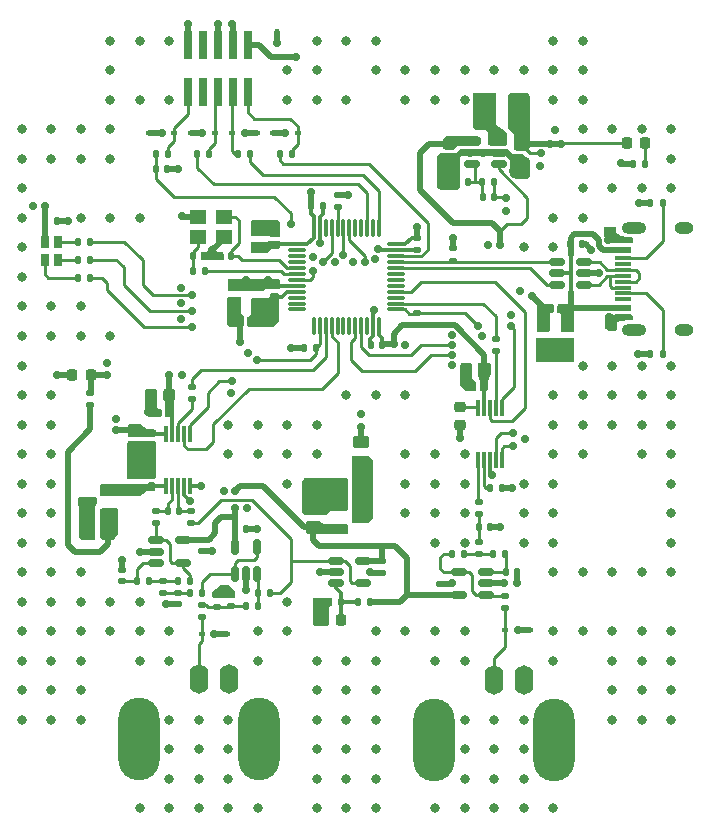
<source format=gbr>
%TF.GenerationSoftware,KiCad,Pcbnew,(6.0.4)*%
%TF.CreationDate,2022-11-12T18:53:05-06:00*%
%TF.ProjectId,Signalyzer,5369676e-616c-4797-9a65-722e6b696361,rev?*%
%TF.SameCoordinates,Original*%
%TF.FileFunction,Copper,L1,Top*%
%TF.FilePolarity,Positive*%
%FSLAX46Y46*%
G04 Gerber Fmt 4.6, Leading zero omitted, Abs format (unit mm)*
G04 Created by KiCad (PCBNEW (6.0.4)) date 2022-11-12 18:53:05*
%MOMM*%
%LPD*%
G01*
G04 APERTURE LIST*
G04 Aperture macros list*
%AMRoundRect*
0 Rectangle with rounded corners*
0 $1 Rounding radius*
0 $2 $3 $4 $5 $6 $7 $8 $9 X,Y pos of 4 corners*
0 Add a 4 corners polygon primitive as box body*
4,1,4,$2,$3,$4,$5,$6,$7,$8,$9,$2,$3,0*
0 Add four circle primitives for the rounded corners*
1,1,$1+$1,$2,$3*
1,1,$1+$1,$4,$5*
1,1,$1+$1,$6,$7*
1,1,$1+$1,$8,$9*
0 Add four rect primitives between the rounded corners*
20,1,$1+$1,$2,$3,$4,$5,0*
20,1,$1+$1,$4,$5,$6,$7,0*
20,1,$1+$1,$6,$7,$8,$9,0*
20,1,$1+$1,$8,$9,$2,$3,0*%
G04 Aperture macros list end*
%TA.AperFunction,SMDPad,CuDef*%
%ADD10RoundRect,0.250000X-0.375000X-1.075000X0.375000X-1.075000X0.375000X1.075000X-0.375000X1.075000X0*%
%TD*%
%TA.AperFunction,SMDPad,CuDef*%
%ADD11R,1.450000X0.600000*%
%TD*%
%TA.AperFunction,SMDPad,CuDef*%
%ADD12R,1.450000X0.300000*%
%TD*%
%TA.AperFunction,ComponentPad*%
%ADD13O,2.100000X1.000000*%
%TD*%
%TA.AperFunction,ComponentPad*%
%ADD14O,1.600000X1.000000*%
%TD*%
%TA.AperFunction,SMDPad,CuDef*%
%ADD15RoundRect,0.135000X-0.135000X-0.185000X0.135000X-0.185000X0.135000X0.185000X-0.135000X0.185000X0*%
%TD*%
%TA.AperFunction,SMDPad,CuDef*%
%ADD16RoundRect,0.135000X-0.185000X0.135000X-0.185000X-0.135000X0.185000X-0.135000X0.185000X0.135000X0*%
%TD*%
%TA.AperFunction,SMDPad,CuDef*%
%ADD17RoundRect,0.140000X-0.140000X-0.170000X0.140000X-0.170000X0.140000X0.170000X-0.140000X0.170000X0*%
%TD*%
%TA.AperFunction,SMDPad,CuDef*%
%ADD18RoundRect,0.150000X0.587500X0.150000X-0.587500X0.150000X-0.587500X-0.150000X0.587500X-0.150000X0*%
%TD*%
%TA.AperFunction,SMDPad,CuDef*%
%ADD19R,0.600000X0.450000*%
%TD*%
%TA.AperFunction,SMDPad,CuDef*%
%ADD20RoundRect,0.135000X0.135000X0.185000X-0.135000X0.185000X-0.135000X-0.185000X0.135000X-0.185000X0*%
%TD*%
%TA.AperFunction,SMDPad,CuDef*%
%ADD21R,1.400000X1.200000*%
%TD*%
%TA.AperFunction,SMDPad,CuDef*%
%ADD22RoundRect,0.140000X-0.170000X0.140000X-0.170000X-0.140000X0.170000X-0.140000X0.170000X0.140000X0*%
%TD*%
%TA.AperFunction,SMDPad,CuDef*%
%ADD23RoundRect,0.140000X0.170000X-0.140000X0.170000X0.140000X-0.170000X0.140000X-0.170000X-0.140000X0*%
%TD*%
%TA.AperFunction,SMDPad,CuDef*%
%ADD24RoundRect,0.250000X-0.450000X0.262500X-0.450000X-0.262500X0.450000X-0.262500X0.450000X0.262500X0*%
%TD*%
%TA.AperFunction,SMDPad,CuDef*%
%ADD25RoundRect,0.150000X0.512500X0.150000X-0.512500X0.150000X-0.512500X-0.150000X0.512500X-0.150000X0*%
%TD*%
%TA.AperFunction,SMDPad,CuDef*%
%ADD26RoundRect,0.225000X-0.250000X0.225000X-0.250000X-0.225000X0.250000X-0.225000X0.250000X0.225000X0*%
%TD*%
%TA.AperFunction,SMDPad,CuDef*%
%ADD27RoundRect,0.075000X-0.662500X-0.075000X0.662500X-0.075000X0.662500X0.075000X-0.662500X0.075000X0*%
%TD*%
%TA.AperFunction,SMDPad,CuDef*%
%ADD28RoundRect,0.075000X-0.075000X-0.662500X0.075000X-0.662500X0.075000X0.662500X-0.075000X0.662500X0*%
%TD*%
%TA.AperFunction,SMDPad,CuDef*%
%ADD29RoundRect,0.140000X0.140000X0.170000X-0.140000X0.170000X-0.140000X-0.170000X0.140000X-0.170000X0*%
%TD*%
%TA.AperFunction,ComponentPad*%
%ADD30O,1.600000X2.500000*%
%TD*%
%TA.AperFunction,ComponentPad*%
%ADD31O,3.500000X7.000000*%
%TD*%
%TA.AperFunction,SMDPad,CuDef*%
%ADD32RoundRect,0.135000X0.185000X-0.135000X0.185000X0.135000X-0.185000X0.135000X-0.185000X-0.135000X0*%
%TD*%
%TA.AperFunction,SMDPad,CuDef*%
%ADD33RoundRect,0.225000X0.250000X-0.225000X0.250000X0.225000X-0.250000X0.225000X-0.250000X-0.225000X0*%
%TD*%
%TA.AperFunction,SMDPad,CuDef*%
%ADD34R,0.450000X0.600000*%
%TD*%
%TA.AperFunction,SMDPad,CuDef*%
%ADD35R,0.300000X1.450000*%
%TD*%
%TA.AperFunction,SMDPad,CuDef*%
%ADD36RoundRect,0.225000X0.225000X0.250000X-0.225000X0.250000X-0.225000X-0.250000X0.225000X-0.250000X0*%
%TD*%
%TA.AperFunction,SMDPad,CuDef*%
%ADD37RoundRect,0.150000X-0.512500X-0.150000X0.512500X-0.150000X0.512500X0.150000X-0.512500X0.150000X0*%
%TD*%
%TA.AperFunction,SMDPad,CuDef*%
%ADD38RoundRect,0.150000X0.150000X-0.512500X0.150000X0.512500X-0.150000X0.512500X-0.150000X-0.512500X0*%
%TD*%
%TA.AperFunction,SMDPad,CuDef*%
%ADD39RoundRect,0.147500X0.147500X0.172500X-0.147500X0.172500X-0.147500X-0.172500X0.147500X-0.172500X0*%
%TD*%
%TA.AperFunction,SMDPad,CuDef*%
%ADD40R,0.800000X1.000000*%
%TD*%
%TA.AperFunction,SMDPad,CuDef*%
%ADD41R,0.740000X2.400000*%
%TD*%
%TA.AperFunction,SMDPad,CuDef*%
%ADD42RoundRect,0.218750X0.218750X0.256250X-0.218750X0.256250X-0.218750X-0.256250X0.218750X-0.256250X0*%
%TD*%
%TA.AperFunction,SMDPad,CuDef*%
%ADD43RoundRect,0.150000X-0.587500X-0.150000X0.587500X-0.150000X0.587500X0.150000X-0.587500X0.150000X0*%
%TD*%
%TA.AperFunction,ViaPad*%
%ADD44C,0.800000*%
%TD*%
%TA.AperFunction,ViaPad*%
%ADD45C,0.700000*%
%TD*%
%TA.AperFunction,Conductor*%
%ADD46C,0.500000*%
%TD*%
%TA.AperFunction,Conductor*%
%ADD47C,0.293370*%
%TD*%
%TA.AperFunction,Conductor*%
%ADD48C,0.300000*%
%TD*%
%TA.AperFunction,Conductor*%
%ADD49C,0.261112*%
%TD*%
G04 APERTURE END LIST*
D10*
%TO.P,L101,1,1*%
%TO.N,/Power/BUCK_SW*%
X152350000Y-65300000D03*
%TO.P,L101,2,2*%
%TO.N,+3V3*%
X155150000Y-65300000D03*
%TD*%
D11*
%TO.P,J200,A1,GND*%
%TO.N,GND*%
X164205000Y-82900000D03*
%TO.P,J200,A4,VBUS*%
%TO.N,VBUS*%
X164205000Y-82100000D03*
D12*
%TO.P,J200,A5,CC1*%
%TO.N,/MCU/USB_CONN_CC1*%
X164205000Y-80900000D03*
%TO.P,J200,A6,D+*%
%TO.N,/MCU/USB_CONN_D+*%
X164205000Y-79900000D03*
%TO.P,J200,A7,D-*%
%TO.N,/MCU/USB_CONN_D-*%
X164205000Y-79400000D03*
%TO.P,J200,A8,SBU1*%
%TO.N,unconnected-(J200-PadA8)*%
X164205000Y-78400000D03*
D11*
%TO.P,J200,A9,VBUS*%
%TO.N,VBUS*%
X164205000Y-77200000D03*
%TO.P,J200,A12,GND*%
%TO.N,GND*%
X164205000Y-76400000D03*
%TO.P,J200,B1,GND*%
X164205000Y-76400000D03*
%TO.P,J200,B4,VBUS*%
%TO.N,VBUS*%
X164205000Y-77200000D03*
D12*
%TO.P,J200,B5,CC2*%
%TO.N,/MCU/USB_CONN_CC2*%
X164205000Y-77900000D03*
%TO.P,J200,B6,D+*%
%TO.N,/MCU/USB_CONN_D+*%
X164205000Y-78900000D03*
%TO.P,J200,B7,D-*%
%TO.N,/MCU/USB_CONN_D-*%
X164205000Y-80400000D03*
%TO.P,J200,B8,SBU2*%
%TO.N,unconnected-(J200-PadB8)*%
X164205000Y-81400000D03*
D11*
%TO.P,J200,B9,VBUS*%
%TO.N,VBUS*%
X164205000Y-82100000D03*
%TO.P,J200,B12,GND*%
%TO.N,GND*%
X164205000Y-82900000D03*
D13*
%TO.P,J200,S1,SHIELD*%
%TO.N,unconnected-(J200-PadS1)*%
X165120000Y-83970000D03*
D14*
X169300000Y-75330000D03*
X169300000Y-83970000D03*
D13*
X165120000Y-75330000D03*
%TD*%
D15*
%TO.P,R212,1*%
%TO.N,/MCU/SWO*%
X128090000Y-69100000D03*
%TO.P,R212,2*%
%TO.N,/MCU/CONN_SWO*%
X129110000Y-69100000D03*
%TD*%
%TO.P,R213,1*%
%TO.N,/MCU/NRST*%
X124590000Y-69100000D03*
%TO.P,R213,2*%
%TO.N,/MCU/CONN_NRST*%
X125610000Y-69100000D03*
%TD*%
D16*
%TO.P,R304,1*%
%TO.N,Net-(C305-Pad1)*%
X125250000Y-105240000D03*
%TO.P,R304,2*%
%TO.N,Net-(C303-Pad1)*%
X125250000Y-106260000D03*
%TD*%
D17*
%TO.P,C305,1*%
%TO.N,Net-(C305-Pad1)*%
X126520000Y-105250000D03*
%TO.P,C305,2*%
%TO.N,/ADC/IN_AA_BUF_OUT*%
X127480000Y-105250000D03*
%TD*%
%TO.P,C403,1*%
%TO.N,Net-(C403-Pad1)*%
X151931250Y-100700000D03*
%TO.P,C403,2*%
%TO.N,GND*%
X152891250Y-100700000D03*
%TD*%
D18*
%TO.P,U302,1,IN*%
%TO.N,/ADC/ADC_VREF_VIN*%
X120687500Y-99450000D03*
%TO.P,U302,2,OUT*%
%TO.N,/ADC/ADC_VREF*%
X120687500Y-97550000D03*
%TO.P,U302,3,GND*%
%TO.N,GND*%
X118812500Y-98500000D03*
%TD*%
D19*
%TO.P,D400,1,A1*%
%TO.N,/DAC/OUT*%
X154200000Y-109400000D03*
%TO.P,D400,2,A2*%
%TO.N,GND*%
X156300000Y-109400000D03*
%TD*%
D20*
%TO.P,R209,1*%
%TO.N,/MCU/TIM4_CH2*%
X119010000Y-78050000D03*
%TO.P,R209,2*%
%TO.N,/MCU/LED_B_K*%
X117990000Y-78050000D03*
%TD*%
D21*
%TO.P,Y200,1,1*%
%TO.N,/MCU/HSE_IN*%
X130350000Y-74400000D03*
%TO.P,Y200,2,2*%
%TO.N,GND*%
X128150000Y-74400000D03*
%TO.P,Y200,3,3*%
%TO.N,/MCU/XTAL_IN*%
X128150000Y-76100000D03*
%TO.P,Y200,4,4*%
%TO.N,GND*%
X130350000Y-76100000D03*
%TD*%
D22*
%TO.P,C203,1*%
%TO.N,+3V3*%
X146750000Y-76220000D03*
%TO.P,C203,2*%
%TO.N,GND*%
X146750000Y-77180000D03*
%TD*%
D17*
%TO.P,C204,1*%
%TO.N,+3V3*%
X137790000Y-73500000D03*
%TO.P,C204,2*%
%TO.N,GND*%
X138750000Y-73500000D03*
%TD*%
D23*
%TO.P,C406,1*%
%TO.N,+3.3VA*%
X148681250Y-106430000D03*
%TO.P,C406,2*%
%TO.N,GND*%
X148681250Y-105470000D03*
%TD*%
D15*
%TO.P,R302,1*%
%TO.N,/ADC/IN_BUF*%
X133240000Y-106250000D03*
%TO.P,R302,2*%
%TO.N,VCOM*%
X134260000Y-106250000D03*
%TD*%
D17*
%TO.P,C302,1*%
%TO.N,+3.3VA*%
X131320000Y-100850000D03*
%TO.P,C302,2*%
%TO.N,GND*%
X132280000Y-100850000D03*
%TD*%
D16*
%TO.P,R204,1*%
%TO.N,+3V3*%
X149750000Y-77090000D03*
%TO.P,R204,2*%
%TO.N,/MCU/USB_D+*%
X149750000Y-78110000D03*
%TD*%
D15*
%TO.P,R105,1*%
%TO.N,GND*%
X139240000Y-107000000D03*
%TO.P,R105,2*%
%TO.N,/Power/VREF*%
X140260000Y-107000000D03*
%TD*%
D24*
%TO.P,R100,1*%
%TO.N,+5V*%
X141950000Y-93475000D03*
%TO.P,R100,2*%
%TO.N,/Power/+5V_FILT*%
X141950000Y-95300000D03*
%TD*%
D20*
%TO.P,R206,1*%
%TO.N,/MCU/USB_CONN_CC2*%
X167510000Y-73250000D03*
%TO.P,R206,2*%
%TO.N,GND*%
X166490000Y-73250000D03*
%TD*%
D25*
%TO.P,U201,1,I/O1*%
%TO.N,/MCU/USB_CONN_D-*%
X160887500Y-80150000D03*
%TO.P,U201,2,GND*%
%TO.N,GND*%
X160887500Y-79200000D03*
%TO.P,U201,3,I/O2*%
%TO.N,/MCU/USB_CONN_D+*%
X160887500Y-78250000D03*
%TO.P,U201,4,I/O2*%
%TO.N,/MCU/USB_D+*%
X158612500Y-78250000D03*
%TO.P,U201,5,VBUS*%
%TO.N,VBUS*%
X158612500Y-79200000D03*
%TO.P,U201,6,I/O1*%
%TO.N,/MCU/USB_D-*%
X158612500Y-80150000D03*
%TD*%
D26*
%TO.P,C105,1*%
%TO.N,+3V3*%
X155500000Y-68225000D03*
%TO.P,C105,2*%
%TO.N,GND*%
X155500000Y-69775000D03*
%TD*%
D27*
%TO.P,U200,1,VBAT*%
%TO.N,+3V3*%
X136587500Y-76750000D03*
%TO.P,U200,2,PC13*%
%TO.N,unconnected-(U200-Pad2)*%
X136587500Y-77250000D03*
%TO.P,U200,3,PC14*%
%TO.N,unconnected-(U200-Pad3)*%
X136587500Y-77750000D03*
%TO.P,U200,4,PC15*%
%TO.N,unconnected-(U200-Pad4)*%
X136587500Y-78250000D03*
%TO.P,U200,5,PD0*%
%TO.N,/MCU/HSE_IN*%
X136587500Y-78750000D03*
%TO.P,U200,6,PD1*%
%TO.N,/MCU/HSE_OUT*%
X136587500Y-79250000D03*
%TO.P,U200,7,NRST*%
%TO.N,/MCU/NRST*%
X136587500Y-79750000D03*
%TO.P,U200,8,VSSA*%
%TO.N,GND*%
X136587500Y-80250000D03*
%TO.P,U200,9,VDDA*%
%TO.N,VDDA*%
X136587500Y-80750000D03*
%TO.P,U200,10,PA0*%
%TO.N,unconnected-(U200-Pad10)*%
X136587500Y-81250000D03*
%TO.P,U200,11,PA1*%
%TO.N,unconnected-(U200-Pad11)*%
X136587500Y-81750000D03*
%TO.P,U200,12,PA2*%
%TO.N,unconnected-(U200-Pad12)*%
X136587500Y-82250000D03*
D28*
%TO.P,U200,13,PA3*%
%TO.N,unconnected-(U200-Pad13)*%
X138000000Y-83662500D03*
%TO.P,U200,14,PA4*%
%TO.N,SPI1_NSS*%
X138500000Y-83662500D03*
%TO.P,U200,15,PA5*%
%TO.N,SPI1_SCK*%
X139000000Y-83662500D03*
%TO.P,U200,16,PA6*%
%TO.N,SPI1_MISO*%
X139500000Y-83662500D03*
%TO.P,U200,17,PA7*%
%TO.N,unconnected-(U200-Pad17)*%
X140000000Y-83662500D03*
%TO.P,U200,18,PB0*%
%TO.N,unconnected-(U200-Pad18)*%
X140500000Y-83662500D03*
%TO.P,U200,19,PB1*%
%TO.N,unconnected-(U200-Pad19)*%
X141000000Y-83662500D03*
%TO.P,U200,20,PB2*%
%TO.N,DAC_NCLR*%
X141500000Y-83662500D03*
%TO.P,U200,21,PB10*%
%TO.N,DAC_NLDAC*%
X142000000Y-83662500D03*
%TO.P,U200,22,PB11*%
%TO.N,unconnected-(U200-Pad22)*%
X142500000Y-83662500D03*
%TO.P,U200,23,VSS*%
%TO.N,GND*%
X143000000Y-83662500D03*
%TO.P,U200,24,VDD*%
%TO.N,+3V3*%
X143500000Y-83662500D03*
D27*
%TO.P,U200,25,PB12*%
%TO.N,SPI2_NSS*%
X144912500Y-82250000D03*
%TO.P,U200,26,PB13*%
%TO.N,SPI2_SCK*%
X144912500Y-81750000D03*
%TO.P,U200,27,PB14*%
%TO.N,unconnected-(U200-Pad27)*%
X144912500Y-81250000D03*
%TO.P,U200,28,PB15*%
%TO.N,SPI2_MOSI*%
X144912500Y-80750000D03*
%TO.P,U200,29,PA8*%
%TO.N,unconnected-(U200-Pad29)*%
X144912500Y-80250000D03*
%TO.P,U200,30,PA9*%
%TO.N,unconnected-(U200-Pad30)*%
X144912500Y-79750000D03*
%TO.P,U200,31,PA10*%
%TO.N,unconnected-(U200-Pad31)*%
X144912500Y-79250000D03*
%TO.P,U200,32,PA11*%
%TO.N,/MCU/USB_D-*%
X144912500Y-78750000D03*
%TO.P,U200,33,PA12*%
%TO.N,/MCU/USB_D+*%
X144912500Y-78250000D03*
%TO.P,U200,34,PA13*%
%TO.N,/MCU/SWDIO*%
X144912500Y-77750000D03*
%TO.P,U200,35,VSS*%
%TO.N,GND*%
X144912500Y-77250000D03*
%TO.P,U200,36,VDD*%
%TO.N,+3V3*%
X144912500Y-76750000D03*
D28*
%TO.P,U200,37,PA14*%
%TO.N,/MCU/SWCLK*%
X143500000Y-75337500D03*
%TO.P,U200,38,PA15*%
%TO.N,unconnected-(U200-Pad38)*%
X143000000Y-75337500D03*
%TO.P,U200,39,PB3*%
%TO.N,/MCU/SWO*%
X142500000Y-75337500D03*
%TO.P,U200,40,PB4*%
%TO.N,unconnected-(U200-Pad40)*%
X142000000Y-75337500D03*
%TO.P,U200,41,PB5*%
%TO.N,unconnected-(U200-Pad41)*%
X141500000Y-75337500D03*
%TO.P,U200,42,PB6*%
%TO.N,/MCU/TIM4_CH1*%
X141000000Y-75337500D03*
%TO.P,U200,43,PB7*%
%TO.N,/MCU/TIM4_CH2*%
X140500000Y-75337500D03*
%TO.P,U200,44,BOOT0*%
%TO.N,/MCU/BOOT0*%
X140000000Y-75337500D03*
%TO.P,U200,45,PB8*%
%TO.N,/MCU/TIM4_CH3*%
X139500000Y-75337500D03*
%TO.P,U200,46,PB9*%
%TO.N,unconnected-(U200-Pad46)*%
X139000000Y-75337500D03*
%TO.P,U200,47,VSS*%
%TO.N,GND*%
X138500000Y-75337500D03*
%TO.P,U200,48,VDD*%
%TO.N,+3V3*%
X138000000Y-75337500D03*
%TD*%
D29*
%TO.P,C208,1*%
%TO.N,/MCU/HSE_IN*%
X130980000Y-77750000D03*
%TO.P,C208,2*%
%TO.N,GND*%
X130020000Y-77750000D03*
%TD*%
D26*
%TO.P,C100,1*%
%TO.N,VBUS*%
X159440000Y-83675000D03*
%TO.P,C100,2*%
%TO.N,GND*%
X159440000Y-85225000D03*
%TD*%
D30*
%TO.P,J400,1,In*%
%TO.N,/DAC/OUT*%
X153250000Y-113600000D03*
D31*
%TO.P,J400,2,Ext*%
%TO.N,GND*%
X148170000Y-118680000D03*
D30*
X155790000Y-113600000D03*
D31*
X158330000Y-118680000D03*
%TD*%
D19*
%TO.P,D204,1,A1*%
%TO.N,/MCU/CONN_SWO*%
X129650000Y-67350000D03*
%TO.P,D204,2,A2*%
%TO.N,GND*%
X127550000Y-67350000D03*
%TD*%
D32*
%TO.P,R402,1*%
%TO.N,Net-(C403-Pad1)*%
X151931250Y-99610000D03*
%TO.P,R402,2*%
%TO.N,/DAC/DAC_OUT_A*%
X151931250Y-98590000D03*
%TD*%
D33*
%TO.P,C207,1*%
%TO.N,+3V3*%
X131250000Y-81750000D03*
%TO.P,C207,2*%
%TO.N,GND*%
X131250000Y-80200000D03*
%TD*%
D34*
%TO.P,D201,1,A1*%
%TO.N,+3V3*%
X134850000Y-60900000D03*
%TO.P,D201,2,A2*%
%TO.N,GND*%
X134850000Y-58800000D03*
%TD*%
D32*
%TO.P,R403,1*%
%TO.N,Net-(C405-Pad1)*%
X151931250Y-102960000D03*
%TO.P,R403,2*%
%TO.N,Net-(C403-Pad1)*%
X151931250Y-101940000D03*
%TD*%
D35*
%TO.P,U400,1,VOUT_A*%
%TO.N,/DAC/DAC_OUT_A*%
X151900000Y-95000000D03*
%TO.P,U400,2,VOUT_B*%
%TO.N,/DAC/DAC_OUT_B*%
X152400000Y-95000000D03*
%TO.P,U400,3,GND*%
%TO.N,GND*%
X152900000Y-95000000D03*
%TO.P,U400,4,NLDAC*%
%TO.N,DAC_NLDAC*%
X153400000Y-95000000D03*
%TO.P,U400,5,NCLR*%
%TO.N,DAC_NCLR*%
X153900000Y-95000000D03*
%TO.P,U400,6,NSYNC*%
%TO.N,SPI2_NSS*%
X153900000Y-90600000D03*
%TO.P,U400,7,SCLK*%
%TO.N,/DAC/DAC_SCLK*%
X153400000Y-90600000D03*
%TO.P,U400,8,DIN*%
%TO.N,SPI2_MOSI*%
X152900000Y-90600000D03*
%TO.P,U400,9,AVDD*%
%TO.N,+3V3*%
X152400000Y-90600000D03*
%TO.P,U400,10,VREFIN/VREFOUT*%
%TO.N,/DAC/DAC_VREF*%
X151900000Y-90600000D03*
%TD*%
D19*
%TO.P,D300,1,A1*%
%TO.N,/ADC/IN*%
X128500000Y-109700000D03*
%TO.P,D300,2,A2*%
%TO.N,GND*%
X130600000Y-109700000D03*
%TD*%
D15*
%TO.P,R103,1*%
%TO.N,GND*%
X165040000Y-69900000D03*
%TO.P,R103,2*%
%TO.N,/Power/LED_PWR_K*%
X166060000Y-69900000D03*
%TD*%
D32*
%TO.P,R202,1*%
%TO.N,+3V3*%
X146700000Y-83610000D03*
%TO.P,R202,2*%
%TO.N,SPI2_NSS*%
X146700000Y-82590000D03*
%TD*%
D15*
%TO.P,R305,1*%
%TO.N,/ADC/IN_AA_BUF_IN*%
X122990000Y-105250000D03*
%TO.P,R305,2*%
%TO.N,Net-(C305-Pad1)*%
X124010000Y-105250000D03*
%TD*%
D19*
%TO.P,D205,1,A1*%
%TO.N,/MCU/CONN_NRST*%
X126150000Y-67350000D03*
%TO.P,D205,2,A2*%
%TO.N,GND*%
X124050000Y-67350000D03*
%TD*%
D15*
%TO.P,R303,1*%
%TO.N,Net-(C303-Pad1)*%
X127480000Y-106250000D03*
%TO.P,R303,2*%
%TO.N,/ADC/IN_BUF_OUT*%
X128500000Y-106250000D03*
%TD*%
D29*
%TO.P,C405,1*%
%TO.N,Net-(C405-Pad1)*%
X150681250Y-102950000D03*
%TO.P,C405,2*%
%TO.N,/DAC/OUT_AA_BUF_OUT*%
X149721250Y-102950000D03*
%TD*%
D32*
%TO.P,R405,1*%
%TO.N,/DAC/OUT*%
X154181250Y-107560000D03*
%TO.P,R405,2*%
%TO.N,/DAC/OUT_AA_BUF_OUT*%
X154181250Y-106540000D03*
%TD*%
D15*
%TO.P,R210,1*%
%TO.N,/MCU/SWDIO*%
X135090000Y-69100000D03*
%TO.P,R210,2*%
%TO.N,/MCU/CONN_SWDIO*%
X136110000Y-69100000D03*
%TD*%
D26*
%TO.P,C104,1*%
%TO.N,+5V*%
X149500000Y-68225000D03*
%TO.P,C104,2*%
%TO.N,GND*%
X149500000Y-69775000D03*
%TD*%
D16*
%TO.P,R301,1*%
%TO.N,GND*%
X129750000Y-106390000D03*
%TO.P,R301,2*%
%TO.N,/ADC/IN_RF*%
X129750000Y-107410000D03*
%TD*%
D29*
%TO.P,C401,1*%
%TO.N,+3V3*%
X152380000Y-88800000D03*
%TO.P,C401,2*%
%TO.N,GND*%
X151420000Y-88800000D03*
%TD*%
%TO.P,C301,1*%
%TO.N,/ADC/IN_BUF*%
X133230000Y-107400000D03*
%TO.P,C301,2*%
%TO.N,/ADC/IN_RF*%
X132270000Y-107400000D03*
%TD*%
D36*
%TO.P,C308,1*%
%TO.N,+5V*%
X119100000Y-87800000D03*
%TO.P,C308,2*%
%TO.N,GND*%
X117550000Y-87800000D03*
%TD*%
D16*
%TO.P,R306,1*%
%TO.N,/ADC/ADC_IN+*%
X124600000Y-99340000D03*
%TO.P,R306,2*%
%TO.N,/ADC/IN_AA_BUF_OUT*%
X124600000Y-100360000D03*
%TD*%
D15*
%TO.P,R102,1*%
%TO.N,GND*%
X149990000Y-71500000D03*
%TO.P,R102,2*%
%TO.N,/Power/BUCK_FB*%
X151010000Y-71500000D03*
%TD*%
D19*
%TO.P,D203,1,A1*%
%TO.N,/MCU/CONN_SWCLK*%
X131050000Y-67350000D03*
%TO.P,D203,2,A2*%
%TO.N,GND*%
X133150000Y-67350000D03*
%TD*%
D15*
%TO.P,R401,1*%
%TO.N,/DAC/DAC_OUT_B*%
X152890000Y-97400000D03*
%TO.P,R401,2*%
%TO.N,GND*%
X153910000Y-97400000D03*
%TD*%
D20*
%TO.P,R211,1*%
%TO.N,/MCU/SWCLK*%
X132610000Y-69100000D03*
%TO.P,R211,2*%
%TO.N,/MCU/CONN_SWCLK*%
X131590000Y-69100000D03*
%TD*%
D16*
%TO.P,R400,1*%
%TO.N,SPI2_SCK*%
X153400000Y-84790000D03*
%TO.P,R400,2*%
%TO.N,/DAC/DAC_SCLK*%
X153400000Y-85810000D03*
%TD*%
D15*
%TO.P,R203,1*%
%TO.N,+3V3*%
X137190000Y-85500000D03*
%TO.P,R203,2*%
%TO.N,SPI1_NSS*%
X138210000Y-85500000D03*
%TD*%
D17*
%TO.P,C209,1*%
%TO.N,/MCU/XTAL_IN*%
X127770000Y-77750000D03*
%TO.P,C209,2*%
%TO.N,GND*%
X128730000Y-77750000D03*
%TD*%
D33*
%TO.P,C103,1*%
%TO.N,+3.3VA*%
X137950000Y-100662500D03*
%TO.P,C103,2*%
%TO.N,GND*%
X137950000Y-99112500D03*
%TD*%
D22*
%TO.P,C303,1*%
%TO.N,Net-(C303-Pad1)*%
X126500000Y-106270000D03*
%TO.P,C303,2*%
%TO.N,GND*%
X126500000Y-107230000D03*
%TD*%
D36*
%TO.P,C400,1*%
%TO.N,+3V3*%
X152425000Y-87300000D03*
%TO.P,C400,2*%
%TO.N,GND*%
X150875000Y-87300000D03*
%TD*%
D23*
%TO.P,C205,1*%
%TO.N,VDDA*%
X134750000Y-81210000D03*
%TO.P,C205,2*%
%TO.N,GND*%
X134750000Y-80250000D03*
%TD*%
%TO.P,C304,1*%
%TO.N,/ADC/IN_AA_BUF_IN*%
X121750000Y-105280000D03*
%TO.P,C304,2*%
%TO.N,GND*%
X121750000Y-104320000D03*
%TD*%
D37*
%TO.P,U301,1*%
%TO.N,/ADC/IN_AA_BUF_OUT*%
X124612500Y-101800000D03*
%TO.P,U301,2,V-*%
%TO.N,GND*%
X124612500Y-102750000D03*
%TO.P,U301,3,+*%
%TO.N,/ADC/IN_AA_BUF_IN*%
X124612500Y-103700000D03*
%TO.P,U301,4,-*%
%TO.N,/ADC/IN_AA_BUF_OUT*%
X126887500Y-103700000D03*
%TO.P,U301,5,V+*%
%TO.N,+3.3VA*%
X126887500Y-101800000D03*
%TD*%
D22*
%TO.P,C306,1*%
%TO.N,+3.3VA*%
X128500000Y-101770000D03*
%TO.P,C306,2*%
%TO.N,GND*%
X128500000Y-102730000D03*
%TD*%
D36*
%TO.P,C309,1*%
%TO.N,/ADC/ADC_VREF_VIN*%
X120525000Y-101250000D03*
%TO.P,C309,2*%
%TO.N,GND*%
X118975000Y-101250000D03*
%TD*%
D33*
%TO.P,C310,1*%
%TO.N,/ADC/ADC_VREF*%
X122750000Y-97525000D03*
%TO.P,C310,2*%
%TO.N,GND*%
X122750000Y-95975000D03*
%TD*%
D17*
%TO.P,C307,1*%
%TO.N,/ADC/ADC_IN+*%
X125620000Y-99350000D03*
%TO.P,C307,2*%
%TO.N,/ADC/ADC_IN-*%
X126580000Y-99350000D03*
%TD*%
D19*
%TO.P,D202,1,A1*%
%TO.N,/MCU/CONN_SWDIO*%
X136650000Y-67350000D03*
%TO.P,D202,2,A2*%
%TO.N,GND*%
X134550000Y-67350000D03*
%TD*%
D17*
%TO.P,C404,1*%
%TO.N,/DAC/OUT_AA_BUF_IN*%
X154220000Y-104450000D03*
%TO.P,C404,2*%
%TO.N,GND*%
X155180000Y-104450000D03*
%TD*%
D25*
%TO.P,U401,1*%
%TO.N,/DAC/OUT_AA_BUF_OUT*%
X152568750Y-106400000D03*
%TO.P,U401,2,V-*%
%TO.N,GND*%
X152568750Y-105450000D03*
%TO.P,U401,3,+*%
%TO.N,/DAC/OUT_AA_BUF_IN*%
X152568750Y-104500000D03*
%TO.P,U401,4,-*%
%TO.N,/DAC/OUT_AA_BUF_OUT*%
X150293750Y-104500000D03*
%TO.P,U401,5,V+*%
%TO.N,+3.3VA*%
X150293750Y-106400000D03*
%TD*%
D20*
%TO.P,R205,1*%
%TO.N,/MCU/USB_CONN_CC1*%
X167510000Y-86000000D03*
%TO.P,R205,2*%
%TO.N,GND*%
X166490000Y-86000000D03*
%TD*%
D16*
%TO.P,R308,1*%
%TO.N,+5V*%
X119075000Y-89290000D03*
%TO.P,R308,2*%
%TO.N,/ADC/ADC_VREF_VIN*%
X119075000Y-90310000D03*
%TD*%
D25*
%TO.P,U101,1,EN*%
%TO.N,+5V*%
X153637500Y-69950000D03*
%TO.P,U101,2,GND*%
%TO.N,GND*%
X153637500Y-69000000D03*
%TO.P,U101,3,SW*%
%TO.N,/Power/BUCK_SW*%
X153637500Y-68050000D03*
%TO.P,U101,4,VIN*%
%TO.N,+5V*%
X151362500Y-68050000D03*
%TO.P,U101,5,FB*%
%TO.N,/Power/BUCK_FB*%
X151362500Y-69950000D03*
%TD*%
D36*
%TO.P,C102,1*%
%TO.N,/Power/+5V_FILT*%
X141975000Y-97137500D03*
%TO.P,C102,2*%
%TO.N,GND*%
X140425000Y-97137500D03*
%TD*%
D29*
%TO.P,C314,1*%
%TO.N,+3V3*%
X125730000Y-91000000D03*
%TO.P,C314,2*%
%TO.N,GND*%
X124770000Y-91000000D03*
%TD*%
D35*
%TO.P,U303,1,VREF*%
%TO.N,/ADC/ADC_VREF*%
X125500000Y-97200000D03*
%TO.P,U303,2,+IN*%
%TO.N,/ADC/ADC_IN+*%
X126000000Y-97200000D03*
%TO.P,U303,3,-IN*%
%TO.N,/ADC/ADC_IN-*%
X126500000Y-97200000D03*
%TO.P,U303,4,GND*%
%TO.N,GND*%
X127000000Y-97200000D03*
%TO.P,U303,5,GND*%
X127500000Y-97200000D03*
%TO.P,U303,6,NCS*%
%TO.N,SPI1_NSS*%
X127500000Y-92800000D03*
%TO.P,U303,7,DOUT*%
%TO.N,SPI1_MISO*%
X127000000Y-92800000D03*
%TO.P,U303,8,SCLK*%
%TO.N,/ADC/ADC_SCLK*%
X126500000Y-92800000D03*
%TO.P,U303,9,VIO*%
%TO.N,+3V3*%
X126000000Y-92800000D03*
%TO.P,U303,10,VA*%
%TO.N,+3.3VA*%
X125500000Y-92800000D03*
%TD*%
D36*
%TO.P,C315,1*%
%TO.N,+3V3*%
X125750000Y-89500000D03*
%TO.P,C315,2*%
%TO.N,GND*%
X124200000Y-89500000D03*
%TD*%
D33*
%TO.P,C200,1*%
%TO.N,+3V3*%
X133250000Y-77000000D03*
%TO.P,C200,2*%
%TO.N,GND*%
X133250000Y-75450000D03*
%TD*%
D23*
%TO.P,C300,1*%
%TO.N,/ADC/IN_RF*%
X131000000Y-107380000D03*
%TO.P,C300,2*%
%TO.N,GND*%
X131000000Y-106420000D03*
%TD*%
D32*
%TO.P,R309,1*%
%TO.N,/ADC/ADC_SCLK*%
X127650000Y-89860000D03*
%TO.P,R309,2*%
%TO.N,SPI1_SCK*%
X127650000Y-88840000D03*
%TD*%
D15*
%TO.P,R101,1*%
%TO.N,/Power/BUCK_FB*%
X152240000Y-71500000D03*
%TO.P,R101,2*%
%TO.N,+3V3*%
X153260000Y-71500000D03*
%TD*%
D23*
%TO.P,C311,1*%
%TO.N,/ADC/ADC_VREF*%
X124250000Y-97230000D03*
%TO.P,C311,2*%
%TO.N,GND*%
X124250000Y-96270000D03*
%TD*%
D15*
%TO.P,R201,1*%
%TO.N,/MCU/XTAL_IN*%
X127740000Y-79000000D03*
%TO.P,R201,2*%
%TO.N,/MCU/HSE_OUT*%
X128760000Y-79000000D03*
%TD*%
D17*
%TO.P,C212,1*%
%TO.N,/MCU/NRST*%
X124600000Y-70350000D03*
%TO.P,C212,2*%
%TO.N,GND*%
X125560000Y-70350000D03*
%TD*%
D30*
%TO.P,J300,1,In*%
%TO.N,/ADC/IN*%
X128250000Y-113500000D03*
%TO.P,J300,2,Ext*%
%TO.N,GND*%
X130790000Y-113500000D03*
D31*
X133330000Y-118580000D03*
X123170000Y-118580000D03*
%TD*%
D37*
%TO.P,U102,1*%
%TO.N,VCOM*%
X139862500Y-103550000D03*
%TO.P,U102,2,V-*%
%TO.N,GND*%
X139862500Y-104500000D03*
%TO.P,U102,3,+*%
%TO.N,/Power/VREF*%
X139862500Y-105450000D03*
%TO.P,U102,4,-*%
%TO.N,VCOM*%
X142137500Y-105450000D03*
%TO.P,U102,5,V+*%
%TO.N,+3.3VA*%
X142137500Y-103550000D03*
%TD*%
D33*
%TO.P,C206,1*%
%TO.N,VDDA*%
X133250000Y-81750000D03*
%TO.P,C206,2*%
%TO.N,GND*%
X133250000Y-80200000D03*
%TD*%
D22*
%TO.P,C313,1*%
%TO.N,+3.3VA*%
X124250000Y-92750000D03*
%TO.P,C313,2*%
%TO.N,GND*%
X124250000Y-93710000D03*
%TD*%
D26*
%TO.P,C402,1*%
%TO.N,/DAC/DAC_VREF*%
X150400000Y-90525000D03*
%TO.P,C402,2*%
%TO.N,GND*%
X150400000Y-92075000D03*
%TD*%
D17*
%TO.P,C210,1*%
%TO.N,VBUS*%
X159720000Y-76750000D03*
%TO.P,C210,2*%
%TO.N,GND*%
X160680000Y-76750000D03*
%TD*%
D16*
%TO.P,R300,1*%
%TO.N,/ADC/IN_RF*%
X128500000Y-107240000D03*
%TO.P,R300,2*%
%TO.N,/ADC/IN*%
X128500000Y-108260000D03*
%TD*%
D15*
%TO.P,R104,1*%
%TO.N,/Power/VREF*%
X141740000Y-107000000D03*
%TO.P,R104,2*%
%TO.N,+3.3VA*%
X142760000Y-107000000D03*
%TD*%
D26*
%TO.P,C312,1*%
%TO.N,+3.3VA*%
X122750000Y-92475000D03*
%TO.P,C312,2*%
%TO.N,GND*%
X122750000Y-94025000D03*
%TD*%
D17*
%TO.P,C211,1*%
%TO.N,+3V3*%
X115270000Y-74800000D03*
%TO.P,C211,2*%
%TO.N,GND*%
X116230000Y-74800000D03*
%TD*%
D38*
%TO.P,U300,1*%
%TO.N,/ADC/IN_BUF_OUT*%
X131300000Y-104637500D03*
%TO.P,U300,2,V-*%
%TO.N,GND*%
X132250000Y-104637500D03*
%TO.P,U300,3,+*%
%TO.N,/ADC/IN_BUF*%
X133200000Y-104637500D03*
%TO.P,U300,4,-*%
%TO.N,/ADC/IN_BUF_OUT*%
X133200000Y-102362500D03*
%TO.P,U300,5,V+*%
%TO.N,+3.3VA*%
X131300000Y-102362500D03*
%TD*%
D26*
%TO.P,C101,1*%
%TO.N,+5V*%
X157440000Y-83675000D03*
%TO.P,C101,2*%
%TO.N,GND*%
X157440000Y-85225000D03*
%TD*%
D23*
%TO.P,C201,1*%
%TO.N,+3V3*%
X134750000Y-76750000D03*
%TO.P,C201,2*%
%TO.N,GND*%
X134750000Y-75790000D03*
%TD*%
D29*
%TO.P,C106,1*%
%TO.N,+3V3*%
X153230000Y-72750000D03*
%TO.P,C106,2*%
%TO.N,/Power/BUCK_FB*%
X152270000Y-72750000D03*
%TD*%
D39*
%TO.P,L200,1,1*%
%TO.N,VDDA*%
X132735000Y-83250000D03*
%TO.P,L200,2,2*%
%TO.N,+3V3*%
X131765000Y-83250000D03*
%TD*%
%TO.P,L100,1,1*%
%TO.N,VBUS*%
X158925000Y-82150000D03*
%TO.P,L100,2,2*%
%TO.N,+5V*%
X157955000Y-82150000D03*
%TD*%
D40*
%TO.P,D200,1*%
%TO.N,/MCU/LED_G_K*%
X115200000Y-78050000D03*
%TO.P,D200,2*%
%TO.N,+3V3*%
X115200000Y-76550000D03*
%TO.P,D200,3*%
%TO.N,/MCU/LED_R_K*%
X116300000Y-76550000D03*
%TO.P,D200,4*%
%TO.N,/MCU/LED_B_K*%
X116300000Y-78050000D03*
%TD*%
D20*
%TO.P,R207,1*%
%TO.N,/MCU/TIM4_CH3*%
X119010000Y-76550000D03*
%TO.P,R207,2*%
%TO.N,/MCU/LED_R_K*%
X117990000Y-76550000D03*
%TD*%
%TO.P,R404,1*%
%TO.N,/DAC/OUT_AA_BUF_IN*%
X154191250Y-102950000D03*
%TO.P,R404,2*%
%TO.N,Net-(C405-Pad1)*%
X153171250Y-102950000D03*
%TD*%
D16*
%TO.P,R200,1*%
%TO.N,GND*%
X140000000Y-72600000D03*
%TO.P,R200,2*%
%TO.N,/MCU/BOOT0*%
X140000000Y-73620000D03*
%TD*%
%TO.P,R307,1*%
%TO.N,/ADC/ADC_IN-*%
X127600000Y-99340000D03*
%TO.P,R307,2*%
%TO.N,VCOM*%
X127600000Y-100360000D03*
%TD*%
D41*
%TO.P,J201,1,Pin_1*%
%TO.N,+3V3*%
X132390000Y-59900000D03*
%TO.P,J201,2,Pin_2*%
%TO.N,/MCU/CONN_SWDIO*%
X132390000Y-63800000D03*
%TO.P,J201,3,Pin_3*%
%TO.N,GND*%
X131120000Y-59900000D03*
%TO.P,J201,4,Pin_4*%
%TO.N,/MCU/CONN_SWCLK*%
X131120000Y-63800000D03*
%TO.P,J201,5,Pin_5*%
%TO.N,GND*%
X129850000Y-59900000D03*
%TO.P,J201,6,Pin_6*%
%TO.N,/MCU/CONN_SWO*%
X129850000Y-63800000D03*
%TO.P,J201,7,Pin_7*%
%TO.N,unconnected-(J201-Pad7)*%
X128580000Y-59900000D03*
%TO.P,J201,8,Pin_8*%
%TO.N,unconnected-(J201-Pad8)*%
X128580000Y-63800000D03*
%TO.P,J201,9,Pin_9*%
%TO.N,GND*%
X127310000Y-59900000D03*
%TO.P,J201,10,Pin_10*%
%TO.N,/MCU/CONN_NRST*%
X127310000Y-63800000D03*
%TD*%
D36*
%TO.P,C107,1*%
%TO.N,/Power/VREF*%
X140275000Y-108550000D03*
%TO.P,C107,2*%
%TO.N,GND*%
X138725000Y-108550000D03*
%TD*%
D20*
%TO.P,R208,1*%
%TO.N,/MCU/TIM4_CH1*%
X119010000Y-79550000D03*
%TO.P,R208,2*%
%TO.N,/MCU/LED_G_K*%
X117990000Y-79550000D03*
%TD*%
D29*
%TO.P,C202,1*%
%TO.N,+3V3*%
X143750000Y-85250000D03*
%TO.P,C202,2*%
%TO.N,GND*%
X142790000Y-85250000D03*
%TD*%
D42*
%TO.P,D100,1,K*%
%TO.N,/Power/LED_PWR_K*%
X166037500Y-68200000D03*
%TO.P,D100,2,A*%
%TO.N,+3V3*%
X164462500Y-68200000D03*
%TD*%
D43*
%TO.P,U100,1,GND*%
%TO.N,GND*%
X140075000Y-98937500D03*
%TO.P,U100,2,VO*%
%TO.N,+3.3VA*%
X140075000Y-100837500D03*
%TO.P,U100,3,VI*%
%TO.N,/Power/+5V_FILT*%
X141950000Y-99887500D03*
%TD*%
D23*
%TO.P,C108,1*%
%TO.N,GND*%
X143750000Y-104530000D03*
%TO.P,C108,2*%
%TO.N,+3.3VA*%
X143750000Y-103570000D03*
%TD*%
D44*
%TO.N,GND*%
X130750000Y-92000000D03*
X133250000Y-92000000D03*
X135750000Y-92000000D03*
X138250000Y-92000000D03*
X115750000Y-94500000D03*
X115750000Y-97000000D03*
X115750000Y-99500000D03*
X145750000Y-89500000D03*
X143250000Y-89500000D03*
X140750000Y-89500000D03*
X155750000Y-97000000D03*
X155750000Y-99500000D03*
X155750000Y-102000000D03*
X165750000Y-94500000D03*
X160750000Y-94500000D03*
X160750000Y-104500000D03*
X163250000Y-104500000D03*
X165750000Y-104500000D03*
X158250000Y-104500000D03*
X158250000Y-102000000D03*
X158250000Y-99500000D03*
X158250000Y-97000000D03*
X158250000Y-94500000D03*
X158250000Y-92000000D03*
X158250000Y-89500000D03*
X160750000Y-92000000D03*
X163250000Y-92000000D03*
X165750000Y-92000000D03*
X165750000Y-89500000D03*
X163250000Y-89500000D03*
X160750000Y-89500000D03*
X160750000Y-87000000D03*
X163250000Y-87000000D03*
X165750000Y-87000000D03*
X168250000Y-87000000D03*
X168250000Y-89500000D03*
X168250000Y-92000000D03*
X168250000Y-94500000D03*
X168250000Y-97000000D03*
X168250000Y-99500000D03*
X168250000Y-102000000D03*
X168250000Y-104500000D03*
X155750000Y-77000000D03*
X158250000Y-77000000D03*
X160750000Y-74500000D03*
X158250000Y-74500000D03*
X160750000Y-69500000D03*
X160750000Y-72000000D03*
X163250000Y-72000000D03*
X165750000Y-72000000D03*
X168250000Y-72000000D03*
X168250000Y-69500000D03*
X168250000Y-67000000D03*
X165750000Y-67000000D03*
X163250000Y-67000000D03*
X160750000Y-67000000D03*
X160750000Y-64500000D03*
X158250000Y-64500000D03*
X150750000Y-64500000D03*
X148250000Y-64500000D03*
X145750000Y-64500000D03*
X143250000Y-62000000D03*
X145750000Y-62000000D03*
X148250000Y-62000000D03*
X150750000Y-62000000D03*
X153250000Y-62000000D03*
X155750000Y-62000000D03*
X158250000Y-62000000D03*
X160750000Y-62000000D03*
X160750000Y-59500000D03*
X158250000Y-59500000D03*
X143250000Y-59500000D03*
X140750000Y-59500000D03*
X138250000Y-59500000D03*
X135750000Y-62000000D03*
X138250000Y-62000000D03*
X140750000Y-64500000D03*
X138250000Y-64500000D03*
X135750000Y-64500000D03*
X123250000Y-74500000D03*
X120750000Y-74500000D03*
X118250000Y-74500000D03*
X150750000Y-102000000D03*
X150750000Y-99500000D03*
X150750000Y-97000000D03*
X150750000Y-94500000D03*
X148250000Y-94500000D03*
X148250000Y-97000000D03*
X148250000Y-99500000D03*
X148250000Y-102000000D03*
X145750000Y-99500000D03*
X145750000Y-97000000D03*
X145750000Y-94500000D03*
X135750000Y-97000000D03*
X138250000Y-94500000D03*
X135750000Y-94500000D03*
X133250000Y-94500000D03*
X130750000Y-94500000D03*
X120750000Y-84500000D03*
X118250000Y-84500000D03*
X118250000Y-82000000D03*
X115750000Y-82000000D03*
X115750000Y-84500000D03*
X115750000Y-89500000D03*
X115750000Y-92000000D03*
X115750000Y-102000000D03*
X125750000Y-109500000D03*
X135750000Y-107000000D03*
X143250000Y-109500000D03*
X145750000Y-109500000D03*
X148250000Y-109500000D03*
X150750000Y-109500000D03*
X158250000Y-109500000D03*
X160750000Y-109500000D03*
X163250000Y-109500000D03*
X165750000Y-109500000D03*
X168250000Y-109500000D03*
X168250000Y-112000000D03*
X165750000Y-112000000D03*
X165750000Y-114500000D03*
X168250000Y-114500000D03*
X168250000Y-117000000D03*
X165750000Y-117000000D03*
X163250000Y-117000000D03*
X163250000Y-114500000D03*
X163250000Y-112000000D03*
X158250000Y-112000000D03*
X148250000Y-112000000D03*
X150750000Y-112000000D03*
X150750000Y-117000000D03*
X153250000Y-117000000D03*
X155750000Y-117000000D03*
X155750000Y-119500000D03*
X153250000Y-119500000D03*
X150750000Y-119500000D03*
X150750000Y-122000000D03*
X153250000Y-122000000D03*
X155750000Y-122000000D03*
X158250000Y-124500000D03*
X155750000Y-124500000D03*
X153250000Y-124500000D03*
X150750000Y-124500000D03*
X148250000Y-124500000D03*
X140750000Y-124500000D03*
X143250000Y-124500000D03*
X143250000Y-122000000D03*
X140750000Y-122000000D03*
X140750000Y-119500000D03*
X143250000Y-119500000D03*
X143250000Y-117000000D03*
X140750000Y-117000000D03*
X140750000Y-114500000D03*
X143250000Y-114500000D03*
X143250000Y-112000000D03*
X140750000Y-112000000D03*
X133250000Y-112000000D03*
X133250000Y-109500000D03*
X135750000Y-109500000D03*
X138250000Y-112000000D03*
X138250000Y-114500000D03*
X138250000Y-117000000D03*
X138250000Y-119500000D03*
X138250000Y-122000000D03*
X138250000Y-124500000D03*
X133250000Y-124500000D03*
X123250000Y-124500000D03*
X125750000Y-124500000D03*
X128250000Y-124500000D03*
X130750000Y-124500000D03*
X130750000Y-122000000D03*
X128250000Y-122000000D03*
X125750000Y-122000000D03*
X125750000Y-119500000D03*
X128250000Y-119500000D03*
X130750000Y-119500000D03*
X130750000Y-117000000D03*
X128250000Y-117000000D03*
X125750000Y-117000000D03*
X125750000Y-112000000D03*
X123250000Y-112000000D03*
X120750000Y-109500000D03*
X123250000Y-109500000D03*
X123250000Y-107000000D03*
X120750000Y-107000000D03*
X115750000Y-104500000D03*
X118250000Y-104500000D03*
X118250000Y-107000000D03*
X115750000Y-107000000D03*
X115750000Y-109500000D03*
X118250000Y-109500000D03*
X118250000Y-112000000D03*
X115750000Y-112000000D03*
X115750000Y-114500000D03*
X118250000Y-114500000D03*
X118250000Y-117000000D03*
X115750000Y-117000000D03*
X113250000Y-117000000D03*
X113250000Y-114500000D03*
X113250000Y-112000000D03*
X113250000Y-109500000D03*
X113250000Y-107000000D03*
X113250000Y-104500000D03*
X113250000Y-102000000D03*
X113250000Y-99500000D03*
X113250000Y-97000000D03*
X113250000Y-94500000D03*
X113250000Y-92000000D03*
X113250000Y-89500000D03*
X113250000Y-87000000D03*
X113250000Y-84500000D03*
X113250000Y-82000000D03*
X113250000Y-79500000D03*
X113250000Y-77000000D03*
X113250000Y-74500000D03*
X113250000Y-72000000D03*
X113250000Y-67000000D03*
X113250000Y-69500000D03*
X115750000Y-69500000D03*
X115750000Y-67000000D03*
X118250000Y-67000000D03*
X118250000Y-69500000D03*
X120750000Y-69500000D03*
X120750000Y-67000000D03*
X125750000Y-64500000D03*
X123250000Y-64500000D03*
X120750000Y-64500000D03*
X120750000Y-62000000D03*
X125750000Y-59500000D03*
X123250000Y-59500000D03*
X120750000Y-59500000D03*
D45*
X126800000Y-87800000D03*
X145725000Y-85225000D03*
X120450000Y-86825000D03*
X114250000Y-73500000D03*
X141950000Y-91075000D03*
%TO.N,+3V3*%
X158025000Y-68225000D03*
%TO.N,GND*%
X116250000Y-87800000D03*
X143050000Y-82300000D03*
%TO.N,+3V3*%
X144750000Y-85200000D03*
X136050000Y-85500000D03*
X131750000Y-85000000D03*
X149750000Y-76200000D03*
X146750000Y-75300000D03*
%TO.N,+5V*%
X141950000Y-92200000D03*
X120450000Y-87800000D03*
%TO.N,+3V3*%
X125750000Y-87800000D03*
X115250000Y-73500000D03*
%TO.N,GND*%
X137950000Y-77800000D03*
%TO.N,/MCU/NRST*%
X137950000Y-79000000D03*
X136050000Y-75000000D03*
%TO.N,GND*%
X158450000Y-67100000D03*
%TO.N,+3V3*%
X136450000Y-60900000D03*
X137775000Y-72350000D03*
X158900000Y-68225000D03*
%TO.N,GND*%
X164025000Y-69875000D03*
X152750000Y-76800000D03*
X155450000Y-80700000D03*
%TO.N,+5V*%
X153750000Y-76800000D03*
X156450000Y-81100000D03*
%TO.N,GND*%
X154250000Y-73900000D03*
X157150000Y-70100000D03*
%TO.N,+3V3*%
X157225000Y-69025000D03*
X154250000Y-72800000D03*
%TO.N,GND*%
X155850000Y-70800000D03*
X154950000Y-70800000D03*
X152350000Y-69000000D03*
X151250000Y-69000000D03*
X148850000Y-70900000D03*
X149150000Y-71700000D03*
X130950000Y-89350000D03*
X130350000Y-97600000D03*
X118550000Y-100250000D03*
X155850000Y-93250000D03*
X149681250Y-105450000D03*
X153100000Y-96250000D03*
X162100000Y-79200000D03*
X129550000Y-109700000D03*
X132150000Y-67350000D03*
X165450000Y-86000000D03*
X124250000Y-95450000D03*
X143450000Y-77100000D03*
X123950000Y-90900000D03*
X126450000Y-70350000D03*
X134200000Y-75000000D03*
X150750000Y-88300000D03*
X133150000Y-100800000D03*
X155200000Y-105450000D03*
X161479788Y-77235020D03*
X131100000Y-58100000D03*
X126750000Y-81700000D03*
X141300000Y-78250000D03*
X132450000Y-85900000D03*
X129850000Y-58100000D03*
X127300000Y-58100000D03*
X125450000Y-107200000D03*
X152250000Y-84500000D03*
X157450000Y-86250000D03*
X128550000Y-67350000D03*
X155300000Y-109400000D03*
X163300000Y-83700000D03*
X125100000Y-67350000D03*
X121250000Y-91500000D03*
X139162500Y-96937500D03*
X140900000Y-72600000D03*
X121750000Y-103450000D03*
X135550000Y-67350000D03*
X163250000Y-75600000D03*
X138262500Y-96937500D03*
X126750000Y-80400000D03*
X126750000Y-83100000D03*
X149650000Y-86949503D03*
X154750000Y-97400000D03*
X142750000Y-104500000D03*
X165500000Y-73250000D03*
X162950000Y-82900000D03*
X149650006Y-84398352D03*
X129350000Y-77250000D03*
X137362500Y-97837500D03*
X129400000Y-102700000D03*
X132250000Y-79800000D03*
X139750000Y-78250000D03*
X134100000Y-79800000D03*
X126800000Y-74350000D03*
X159450000Y-86250000D03*
X139162500Y-97837500D03*
X138500000Y-76600000D03*
X122750000Y-95000000D03*
X138262500Y-97837500D03*
X150400000Y-93150000D03*
X154650000Y-82700000D03*
X123300000Y-102750000D03*
X130400000Y-105900000D03*
X137362500Y-96937500D03*
X117200000Y-74800000D03*
X162900000Y-76400000D03*
X138550000Y-104500000D03*
X134850000Y-59700000D03*
X132250000Y-106000000D03*
X138350000Y-107150000D03*
X118550000Y-99400000D03*
X124250000Y-94600000D03*
X153731250Y-100700000D03*
X127500000Y-98450000D03*
X154050000Y-105450000D03*
X132350000Y-99100000D03*
X143200000Y-78000000D03*
X128400000Y-97200000D03*
%TO.N,+3.3VA*%
X131350000Y-97600000D03*
X131350000Y-99100000D03*
X121250000Y-92500000D03*
%TO.N,SPI2_NSS*%
X151850000Y-83650000D03*
X154650000Y-83650000D03*
%TO.N,SPI1_NSS*%
X131075000Y-88325000D03*
X133150000Y-86500000D03*
%TO.N,/MCU/TIM4_CH3*%
X127700000Y-81050000D03*
X138750000Y-78250000D03*
%TO.N,/MCU/TIM4_CH1*%
X142300000Y-78250000D03*
X127700000Y-83750000D03*
%TO.N,/MCU/TIM4_CH2*%
X140500000Y-77600000D03*
X127700000Y-82400000D03*
%TO.N,DAC_NCLR*%
X154850000Y-93850000D03*
X149650000Y-86100000D03*
%TO.N,DAC_NLDAC*%
X154850000Y-92700000D03*
X149647009Y-85247849D03*
%TD*%
D46*
%TO.N,GND*%
X153910000Y-97400000D02*
X154750000Y-97400000D01*
D47*
%TO.N,SPI1_MISO*%
X139500000Y-84550000D02*
X139500000Y-83662500D01*
X140000000Y-85050000D02*
X139500000Y-84550000D01*
X140000000Y-87650000D02*
X140000000Y-85050000D01*
X138700000Y-88950000D02*
X140000000Y-87650000D01*
X129450000Y-93500000D02*
X129450000Y-91975000D01*
X132475000Y-88950000D02*
X138700000Y-88950000D01*
X127300000Y-94100000D02*
X128850000Y-94100000D01*
X127000000Y-93800000D02*
X127300000Y-94100000D01*
X128850000Y-94100000D02*
X129450000Y-93500000D01*
X129450000Y-91975000D02*
X132475000Y-88950000D01*
X127000000Y-92800000D02*
X127000000Y-93800000D01*
D46*
%TO.N,/ADC/ADC_VREF_VIN*%
X120525000Y-102125000D02*
X120525000Y-101250000D01*
X117750000Y-102800000D02*
X119850000Y-102800000D01*
X117150000Y-94300000D02*
X117150000Y-102200000D01*
X117150000Y-102200000D02*
X117750000Y-102800000D01*
X119075000Y-92375000D02*
X117150000Y-94300000D01*
X119850000Y-102800000D02*
X120525000Y-102125000D01*
X119075000Y-90310000D02*
X119075000Y-92375000D01*
D47*
%TO.N,DAC_NLDAC*%
X146175000Y-86150000D02*
X142700000Y-86150000D01*
X147075000Y-85250000D02*
X146175000Y-86150000D01*
X149644858Y-85250000D02*
X147075000Y-85250000D01*
X142700000Y-86150000D02*
X142000000Y-85450000D01*
X149647009Y-85247849D02*
X149644858Y-85250000D01*
X142000000Y-85450000D02*
X142000000Y-83662500D01*
%TO.N,DAC_NCLR*%
X141150000Y-86550000D02*
X141150000Y-85000000D01*
X141500000Y-84650000D02*
X141500000Y-83662500D01*
X146525000Y-87450000D02*
X142050000Y-87450000D01*
X142050000Y-87450000D02*
X141150000Y-86550000D01*
X141150000Y-85000000D02*
X141500000Y-84650000D01*
X147875000Y-86100000D02*
X146525000Y-87450000D01*
X149650000Y-86100000D02*
X147875000Y-86100000D01*
D46*
%TO.N,+3.3VA*%
X131750000Y-97200000D02*
X131350000Y-97600000D01*
X133675000Y-97200000D02*
X131750000Y-97200000D01*
X137137500Y-100662500D02*
X133675000Y-97200000D01*
X137950000Y-100662500D02*
X137137500Y-100662500D01*
D47*
%TO.N,SPI1_NSS*%
X127500000Y-92000000D02*
X127500000Y-92800000D01*
X129000000Y-90500000D02*
X127500000Y-92000000D01*
X131075000Y-88325000D02*
X129975000Y-88325000D01*
X129000000Y-89300000D02*
X129000000Y-90500000D01*
X129975000Y-88325000D02*
X129000000Y-89300000D01*
D48*
%TO.N,GND*%
X146680000Y-77250000D02*
X144912500Y-77250000D01*
X146750000Y-77180000D02*
X146680000Y-77250000D01*
X143600000Y-77250000D02*
X143450000Y-77100000D01*
X144912500Y-77250000D02*
X143600000Y-77250000D01*
%TO.N,+3V3*%
X137431452Y-76750000D02*
X136587500Y-76750000D01*
X138000000Y-76181452D02*
X137431452Y-76750000D01*
X138000000Y-75337500D02*
X138000000Y-76181452D01*
D47*
%TO.N,/DAC/DAC_VREF*%
X151825000Y-90525000D02*
X151900000Y-90600000D01*
X150400000Y-90525000D02*
X151825000Y-90525000D01*
D46*
%TO.N,GND*%
X117550000Y-87800000D02*
X116250000Y-87800000D01*
%TO.N,+5V*%
X119100000Y-89265000D02*
X119075000Y-89290000D01*
X119100000Y-87800000D02*
X119100000Y-89265000D01*
D48*
%TO.N,GND*%
X143000000Y-82350000D02*
X143050000Y-82300000D01*
X143000000Y-83662500D02*
X143000000Y-82350000D01*
D46*
%TO.N,+3V3*%
X152425000Y-86113376D02*
X152425000Y-87300000D01*
X149921624Y-83610000D02*
X152425000Y-86113376D01*
X146700000Y-83610000D02*
X149921624Y-83610000D01*
X144750000Y-84300000D02*
X145440000Y-83610000D01*
X145440000Y-83610000D02*
X146700000Y-83610000D01*
X144750000Y-85200000D02*
X144750000Y-84300000D01*
X143800000Y-85200000D02*
X143750000Y-85250000D01*
X144750000Y-85200000D02*
X143800000Y-85200000D01*
X136050000Y-85500000D02*
X137190000Y-85500000D01*
X131750000Y-83265000D02*
X131765000Y-83250000D01*
X131750000Y-85000000D02*
X131750000Y-83265000D01*
X149750000Y-76200000D02*
X149750000Y-77090000D01*
X146750000Y-75300000D02*
X146750000Y-76220000D01*
%TO.N,+5V*%
X141950000Y-92200000D02*
X141950000Y-93475000D01*
X119100000Y-87800000D02*
X120450000Y-87800000D01*
%TO.N,+3V3*%
X125750000Y-87800000D02*
X125750000Y-89500000D01*
X115250000Y-73500000D02*
X115250000Y-74780000D01*
X115250000Y-74780000D02*
X115270000Y-74800000D01*
D47*
%TO.N,/MCU/NRST*%
X137700000Y-79750000D02*
X136587500Y-79750000D01*
X137950000Y-79500000D02*
X137700000Y-79750000D01*
X137950000Y-79000000D02*
X137950000Y-79500000D01*
X136050000Y-74100000D02*
X136050000Y-75000000D01*
X134650000Y-72700000D02*
X136050000Y-74100000D01*
X134050000Y-72700000D02*
X134650000Y-72700000D01*
X126150000Y-72700000D02*
X133050000Y-72700000D01*
X124650000Y-71200000D02*
X126150000Y-72700000D01*
X133050000Y-72700000D02*
X134050000Y-72700000D01*
X124650000Y-70400000D02*
X124650000Y-71200000D01*
X124600000Y-70350000D02*
X124650000Y-70400000D01*
D46*
%TO.N,+3V3*%
X133350000Y-59900000D02*
X132390000Y-59900000D01*
X134350000Y-60900000D02*
X133350000Y-59900000D01*
X134850000Y-60900000D02*
X134350000Y-60900000D01*
X136450000Y-60900000D02*
X134850000Y-60900000D01*
X137775000Y-72350000D02*
X137775000Y-73485000D01*
X137775000Y-73485000D02*
X137790000Y-73500000D01*
D47*
X158925000Y-68200000D02*
X158900000Y-68225000D01*
X164462500Y-68200000D02*
X158925000Y-68200000D01*
X156300000Y-69025000D02*
X155500000Y-68225000D01*
X157225000Y-69025000D02*
X156300000Y-69025000D01*
D46*
X155500000Y-68225000D02*
X158750000Y-68225000D01*
D47*
X158750000Y-68225000D02*
X158900000Y-68225000D01*
D46*
%TO.N,GND*%
X164050000Y-69900000D02*
X164025000Y-69875000D01*
X165040000Y-69900000D02*
X164050000Y-69900000D01*
D47*
%TO.N,/Power/LED_PWR_K*%
X166037500Y-69877500D02*
X166060000Y-69900000D01*
X166037500Y-68200000D02*
X166037500Y-69877500D01*
%TO.N,+5V*%
X156036140Y-72800000D02*
X156050000Y-72800000D01*
X153637500Y-70401360D02*
X156036140Y-72800000D01*
X154350000Y-75000000D02*
X153750000Y-75600000D01*
X153637500Y-69950000D02*
X153637500Y-70401360D01*
X156050000Y-72800000D02*
X156050000Y-74500000D01*
X156050000Y-74500000D02*
X155550000Y-75000000D01*
X155550000Y-75000000D02*
X154350000Y-75000000D01*
%TO.N,SPI2_MOSI*%
X146200000Y-80750000D02*
X144912500Y-80750000D01*
X147050000Y-79900000D02*
X146200000Y-80750000D01*
X155900000Y-82450000D02*
X153350000Y-79900000D01*
X153350000Y-79900000D02*
X147050000Y-79900000D01*
X155900000Y-90600000D02*
X155900000Y-82450000D01*
X152900000Y-91500000D02*
X153100000Y-91700000D01*
X154800000Y-91700000D02*
X155900000Y-90600000D01*
X152900000Y-90600000D02*
X152900000Y-91500000D01*
X153100000Y-91700000D02*
X154800000Y-91700000D01*
D46*
%TO.N,+5V*%
X146950000Y-72100000D02*
X146950000Y-69000000D01*
X146950000Y-69000000D02*
X147725000Y-68225000D01*
X147725000Y-68225000D02*
X149500000Y-68225000D01*
X149750000Y-74900000D02*
X146950000Y-72100000D01*
X153050000Y-74900000D02*
X149750000Y-74900000D01*
X153750000Y-75600000D02*
X153050000Y-74900000D01*
X153750000Y-76800000D02*
X153750000Y-75600000D01*
X157905000Y-82200000D02*
X157955000Y-82150000D01*
X157550000Y-82200000D02*
X157905000Y-82200000D01*
X156450000Y-81100000D02*
X157550000Y-82200000D01*
D47*
%TO.N,+3V3*%
X154200000Y-72750000D02*
X154250000Y-72800000D01*
X153230000Y-72750000D02*
X154200000Y-72750000D01*
X153260000Y-72720000D02*
X153230000Y-72750000D01*
X153260000Y-71500000D02*
X153260000Y-72720000D01*
%TO.N,/Power/BUCK_FB*%
X151650000Y-70100000D02*
X151650000Y-71500000D01*
X151650000Y-71500000D02*
X152240000Y-71500000D01*
X151010000Y-71500000D02*
X151650000Y-71500000D01*
X151500000Y-69950000D02*
X151650000Y-70100000D01*
X151362500Y-69950000D02*
X151500000Y-69950000D01*
X152240000Y-71500000D02*
X152240000Y-72720000D01*
X152240000Y-72720000D02*
X152270000Y-72750000D01*
D48*
%TO.N,VBUS*%
X159750000Y-79200000D02*
X159750000Y-77600000D01*
D46*
X158975000Y-82100000D02*
X158925000Y-82150000D01*
X162150489Y-76900489D02*
X162150489Y-76400489D01*
X164205000Y-77200000D02*
X162450000Y-77200000D01*
D48*
X158612500Y-79200000D02*
X159750000Y-79200000D01*
D46*
X161650000Y-75900000D02*
X160050000Y-75900000D01*
D48*
X159750000Y-79200000D02*
X159750000Y-80800000D01*
D46*
X164205000Y-82100000D02*
X159750000Y-82100000D01*
X159750000Y-82100000D02*
X158975000Y-82100000D01*
X162150489Y-76400489D02*
X161650000Y-75900000D01*
X159750000Y-82100000D02*
X159750000Y-80800000D01*
X162450000Y-77200000D02*
X162150489Y-76900489D01*
X160050000Y-75900000D02*
X159750000Y-76200000D01*
X159750000Y-76200000D02*
X159750000Y-77600000D01*
%TO.N,GND*%
X166490000Y-73250000D02*
X165500000Y-73250000D01*
X160887500Y-79200000D02*
X162100000Y-79200000D01*
X149661250Y-105470000D02*
X149681250Y-105450000D01*
D48*
X138500000Y-75337500D02*
X138500000Y-74450000D01*
D46*
X134850000Y-58800000D02*
X134850000Y-59700000D01*
D48*
X138750000Y-74200000D02*
X138750000Y-73500000D01*
D46*
X139862500Y-104500000D02*
X138550000Y-104500000D01*
X134550000Y-67350000D02*
X135550000Y-67350000D01*
X130600000Y-109700000D02*
X129550000Y-109700000D01*
D48*
X127000000Y-97200000D02*
X127000000Y-97950000D01*
X127000000Y-97950000D02*
X127500000Y-98450000D01*
D46*
X125480000Y-107230000D02*
X125450000Y-107200000D01*
X140000000Y-72600000D02*
X140900000Y-72600000D01*
X125560000Y-70350000D02*
X126450000Y-70350000D01*
X142780000Y-104530000D02*
X142750000Y-104500000D01*
D48*
X152900000Y-96050000D02*
X153100000Y-96250000D01*
D46*
X128500000Y-102730000D02*
X129370000Y-102730000D01*
X129370000Y-102730000D02*
X129400000Y-102700000D01*
X116230000Y-74800000D02*
X117200000Y-74800000D01*
D48*
X142750000Y-84750361D02*
X142750000Y-85210000D01*
D46*
X130350000Y-76250000D02*
X129350000Y-77250000D01*
X156300000Y-109400000D02*
X155300000Y-109400000D01*
X130350000Y-76100000D02*
X130350000Y-76250000D01*
X152568750Y-105450000D02*
X154050000Y-105450000D01*
X131120000Y-58120000D02*
X131100000Y-58100000D01*
D48*
X143000000Y-84500361D02*
X142750000Y-84750361D01*
X127500000Y-97200000D02*
X128400000Y-97200000D01*
D46*
X131120000Y-59900000D02*
X131120000Y-58120000D01*
X150400000Y-92075000D02*
X150400000Y-93150000D01*
X133150000Y-67350000D02*
X132150000Y-67350000D01*
X133150000Y-100800000D02*
X132330000Y-100800000D01*
X127310000Y-59900000D02*
X127310000Y-58110000D01*
X124050000Y-67350000D02*
X125100000Y-67350000D01*
X126850000Y-74400000D02*
X126800000Y-74350000D01*
D48*
X152900000Y-95000000D02*
X152900000Y-96050000D01*
D46*
X132330000Y-100800000D02*
X132280000Y-100850000D01*
X148681250Y-105470000D02*
X149661250Y-105470000D01*
X128150000Y-74400000D02*
X126850000Y-74400000D01*
X143750000Y-104530000D02*
X142780000Y-104530000D01*
D48*
X138500000Y-76600000D02*
X138500000Y-75337500D01*
D46*
X124612500Y-102750000D02*
X123300000Y-102750000D01*
X160680000Y-76750000D02*
X160994768Y-76750000D01*
X166490000Y-86000000D02*
X165450000Y-86000000D01*
D48*
X138500000Y-74450000D02*
X138750000Y-74200000D01*
D46*
X126500000Y-107230000D02*
X125480000Y-107230000D01*
X121750000Y-104320000D02*
X121750000Y-103450000D01*
X155180000Y-104450000D02*
X155180000Y-105430000D01*
X155180000Y-105430000D02*
X155200000Y-105450000D01*
D48*
X142750000Y-85210000D02*
X142790000Y-85250000D01*
D46*
X129850000Y-59900000D02*
X129850000Y-58100000D01*
X127310000Y-58110000D02*
X127300000Y-58100000D01*
D48*
X136587500Y-80250000D02*
X134750000Y-80250000D01*
D46*
X132250000Y-104637500D02*
X132250000Y-106000000D01*
X152891250Y-100700000D02*
X153731250Y-100700000D01*
D48*
X143000000Y-83662500D02*
X143000000Y-84500361D01*
D46*
X160994768Y-76750000D02*
X161479788Y-77235020D01*
X127550000Y-67350000D02*
X128550000Y-67350000D01*
%TO.N,+3.3VA*%
X121250000Y-92500000D02*
X122725000Y-92500000D01*
X128470000Y-101800000D02*
X128500000Y-101770000D01*
X128500000Y-101770000D02*
X129080000Y-101770000D01*
D48*
X125500000Y-92800000D02*
X124300000Y-92800000D01*
D46*
X129080000Y-101770000D02*
X129650000Y-101200000D01*
X145850000Y-106400000D02*
X148651250Y-106400000D01*
X122725000Y-92500000D02*
X122750000Y-92475000D01*
X143750000Y-103570000D02*
X143750000Y-102300000D01*
X126887500Y-101800000D02*
X128470000Y-101800000D01*
X129650000Y-100300000D02*
X130150000Y-99800000D01*
X131350000Y-100820000D02*
X131320000Y-100850000D01*
X143750000Y-103570000D02*
X142157500Y-103570000D01*
X148651250Y-106400000D02*
X148681250Y-106430000D01*
X131350000Y-99100000D02*
X131350000Y-99800000D01*
X144850000Y-102300000D02*
X145850000Y-103300000D01*
X145250000Y-107000000D02*
X142760000Y-107000000D01*
X137950000Y-100662500D02*
X137950000Y-101800000D01*
X145850000Y-103300000D02*
X145850000Y-106400000D01*
X129650000Y-101200000D02*
X129650000Y-100300000D01*
X145850000Y-106400000D02*
X145250000Y-107000000D01*
X131300000Y-100870000D02*
X131320000Y-100850000D01*
X148681250Y-106430000D02*
X150263750Y-106430000D01*
X131300000Y-102362500D02*
X131300000Y-100870000D01*
X131350000Y-99800000D02*
X131350000Y-100820000D01*
X150263750Y-106430000D02*
X150293750Y-106400000D01*
X143750000Y-102300000D02*
X144850000Y-102300000D01*
X142157500Y-103570000D02*
X142137500Y-103550000D01*
X138450000Y-102300000D02*
X143750000Y-102300000D01*
X137950000Y-101800000D02*
X138450000Y-102300000D01*
X130150000Y-99800000D02*
X131350000Y-99800000D01*
D48*
X124300000Y-92800000D02*
X124250000Y-92750000D01*
%TO.N,+3V3*%
X143750000Y-84700000D02*
X143750000Y-85250000D01*
D46*
X115200000Y-76550000D02*
X115200000Y-74870000D01*
D48*
X152400000Y-90600000D02*
X152400000Y-88820000D01*
X143500000Y-84450000D02*
X143750000Y-84700000D01*
X143500000Y-83662500D02*
X143500000Y-84450000D01*
X152400000Y-88820000D02*
X152380000Y-88800000D01*
X146280000Y-76220000D02*
X146750000Y-76220000D01*
X144912500Y-76750000D02*
X145750000Y-76750000D01*
X126000000Y-92800000D02*
X126000000Y-91270000D01*
X136587500Y-76750000D02*
X134750000Y-76750000D01*
X138000000Y-75337500D02*
X138000000Y-74350000D01*
X138000000Y-74350000D02*
X137790000Y-74140000D01*
D46*
X115200000Y-74870000D02*
X115270000Y-74800000D01*
D48*
X145750000Y-76750000D02*
X146280000Y-76220000D01*
X137790000Y-74140000D02*
X137790000Y-73500000D01*
X126000000Y-91270000D02*
X125730000Y-91000000D01*
%TO.N,/Power/VREF*%
X140260000Y-107000000D02*
X141740000Y-107000000D01*
X140275000Y-107015000D02*
X140260000Y-107000000D01*
X139862500Y-105450000D02*
X139862500Y-105862500D01*
X140275000Y-108550000D02*
X140275000Y-107015000D01*
X139862500Y-105862500D02*
X140260000Y-106260000D01*
X140260000Y-106260000D02*
X140260000Y-107000000D01*
%TO.N,VDDA*%
X135289639Y-81210000D02*
X134750000Y-81210000D01*
X136587500Y-80750000D02*
X135749639Y-80750000D01*
X135749639Y-80750000D02*
X135289639Y-81210000D01*
D47*
%TO.N,/MCU/HSE_IN*%
X131600000Y-77750000D02*
X130980000Y-77750000D01*
X130980000Y-77320000D02*
X131650000Y-76650000D01*
X131650000Y-74700000D02*
X131350000Y-74400000D01*
X131350000Y-74400000D02*
X130350000Y-74400000D01*
X135050000Y-78050000D02*
X131900000Y-78050000D01*
X131650000Y-76650000D02*
X131650000Y-74700000D01*
X136587500Y-78750000D02*
X135750000Y-78750000D01*
X135750000Y-78750000D02*
X135050000Y-78050000D01*
X131900000Y-78050000D02*
X131600000Y-77750000D01*
X130980000Y-77750000D02*
X130980000Y-77320000D01*
%TO.N,/MCU/XTAL_IN*%
X127740000Y-79000000D02*
X127740000Y-77780000D01*
X127770000Y-77750000D02*
X127770000Y-77380000D01*
X128150000Y-77000000D02*
X128150000Y-76100000D01*
X127770000Y-77380000D02*
X128150000Y-77000000D01*
X127740000Y-77780000D02*
X127770000Y-77750000D01*
%TO.N,/MCU/NRST*%
X124590000Y-69100000D02*
X124590000Y-70340000D01*
X124590000Y-70340000D02*
X124600000Y-70350000D01*
%TO.N,/ADC/IN_RF*%
X128890000Y-107240000D02*
X129060000Y-107410000D01*
X130970000Y-107410000D02*
X131000000Y-107380000D01*
X131000000Y-107380000D02*
X132240000Y-107380000D01*
X129750000Y-107410000D02*
X130970000Y-107410000D01*
X128500000Y-107240000D02*
X128890000Y-107240000D01*
X129060000Y-107410000D02*
X129750000Y-107410000D01*
%TO.N,/ADC/IN_BUF*%
X133230000Y-104667500D02*
X133200000Y-104637500D01*
X133230000Y-107350000D02*
X133230000Y-104667500D01*
%TO.N,Net-(C303-Pad1)*%
X125260000Y-106250000D02*
X125250000Y-106260000D01*
X127480000Y-106250000D02*
X125260000Y-106250000D01*
%TO.N,/ADC/IN_AA_BUF_IN*%
X121780000Y-105250000D02*
X121750000Y-105280000D01*
X122990000Y-104210000D02*
X123500000Y-103700000D01*
X122990000Y-105250000D02*
X122990000Y-104210000D01*
X123500000Y-103700000D02*
X124612500Y-103700000D01*
X122990000Y-105250000D02*
X121780000Y-105250000D01*
%TO.N,Net-(C305-Pad1)*%
X126520000Y-105250000D02*
X124010000Y-105250000D01*
%TO.N,/ADC/IN_AA_BUF_OUT*%
X125800000Y-102100000D02*
X125500000Y-101800000D01*
X125800000Y-103550000D02*
X125800000Y-102100000D01*
X127480000Y-104730000D02*
X126887500Y-104137500D01*
X126887500Y-103700000D02*
X125950000Y-103700000D01*
X124612500Y-101800000D02*
X124612500Y-100372500D01*
X127480000Y-105250000D02*
X127480000Y-104730000D01*
X125500000Y-101800000D02*
X124612500Y-101800000D01*
X125950000Y-103700000D02*
X125800000Y-103550000D01*
X124612500Y-100372500D02*
X124600000Y-100360000D01*
X126887500Y-104137500D02*
X126887500Y-103700000D01*
%TO.N,/ADC/ADC_IN+*%
X124600000Y-99340000D02*
X125610000Y-99340000D01*
X126000000Y-97200000D02*
X126000000Y-98300000D01*
X125600000Y-99330000D02*
X125620000Y-99350000D01*
X125600000Y-98700000D02*
X125600000Y-99330000D01*
X125610000Y-99340000D02*
X125620000Y-99350000D01*
X126000000Y-98300000D02*
X125600000Y-98700000D01*
%TO.N,/ADC/ADC_IN-*%
X126500000Y-99270000D02*
X126580000Y-99350000D01*
X126500000Y-97200000D02*
X126500000Y-99270000D01*
X127600000Y-99340000D02*
X126590000Y-99340000D01*
X126590000Y-99340000D02*
X126580000Y-99350000D01*
D48*
%TO.N,/ADC/ADC_VREF*%
X124280000Y-97200000D02*
X124250000Y-97230000D01*
X125500000Y-97200000D02*
X124280000Y-97200000D01*
D47*
%TO.N,Net-(C403-Pad1)*%
X151931250Y-101940000D02*
X151931250Y-99610000D01*
%TO.N,/DAC/OUT_AA_BUF_IN*%
X154170000Y-104500000D02*
X154220000Y-104450000D01*
X152568750Y-104500000D02*
X154170000Y-104500000D01*
X154220000Y-104450000D02*
X154220000Y-102978750D01*
X154220000Y-102978750D02*
X154191250Y-102950000D01*
%TO.N,Net-(C405-Pad1)*%
X150681250Y-102950000D02*
X153171250Y-102950000D01*
%TO.N,/DAC/OUT_AA_BUF_OUT*%
X148700000Y-104200000D02*
X148700000Y-103250000D01*
X149000000Y-102950000D02*
X149721250Y-102950000D01*
X151400000Y-104750000D02*
X151150000Y-104500000D01*
X151700000Y-106400000D02*
X151400000Y-106100000D01*
X152568750Y-106400000D02*
X151700000Y-106400000D01*
X151150000Y-104500000D02*
X150293750Y-104500000D01*
X151400000Y-106100000D02*
X151400000Y-104750000D01*
X149000000Y-104500000D02*
X148700000Y-104200000D01*
X154181250Y-106540000D02*
X152708750Y-106540000D01*
X152708750Y-106540000D02*
X152568750Y-106400000D01*
X148700000Y-103250000D02*
X149000000Y-102950000D01*
X150293750Y-104500000D02*
X149000000Y-104500000D01*
%TO.N,/MCU/LED_G_K*%
X115500000Y-79550000D02*
X117990000Y-79550000D01*
X115200000Y-79250000D02*
X115500000Y-79550000D01*
X115200000Y-78050000D02*
X115200000Y-79250000D01*
%TO.N,/MCU/LED_R_K*%
X116300000Y-76550000D02*
X117990000Y-76550000D01*
%TO.N,/MCU/LED_B_K*%
X116300000Y-78050000D02*
X117990000Y-78050000D01*
%TO.N,/MCU/CONN_SWDIO*%
X136650000Y-66750000D02*
X136000000Y-66100000D01*
X136110000Y-69100000D02*
X136110000Y-68790000D01*
X132950000Y-66100000D02*
X132390000Y-65540000D01*
X136650000Y-67350000D02*
X136650000Y-66750000D01*
X136000000Y-66100000D02*
X132950000Y-66100000D01*
X136650000Y-68250000D02*
X136650000Y-67350000D01*
X132390000Y-65540000D02*
X132390000Y-63800000D01*
X136110000Y-68790000D02*
X136650000Y-68250000D01*
%TO.N,/MCU/CONN_SWCLK*%
X131050000Y-63870000D02*
X131120000Y-63800000D01*
X131050000Y-67350000D02*
X131050000Y-63870000D01*
X131590000Y-69100000D02*
X131350000Y-69100000D01*
X131050000Y-68800000D02*
X131050000Y-67350000D01*
X131350000Y-69100000D02*
X131050000Y-68800000D01*
%TO.N,/MCU/CONN_SWO*%
X129650000Y-64000000D02*
X129850000Y-63800000D01*
X129110000Y-68690000D02*
X129650000Y-68150000D01*
X129650000Y-67350000D02*
X129650000Y-64000000D01*
X129650000Y-68150000D02*
X129650000Y-67350000D01*
X129110000Y-69100000D02*
X129110000Y-68690000D01*
%TO.N,/MCU/CONN_NRST*%
X126150000Y-67950000D02*
X125600000Y-68500000D01*
X127310000Y-65690000D02*
X126150000Y-66850000D01*
X125600000Y-69090000D02*
X125610000Y-69100000D01*
X127310000Y-63800000D02*
X127310000Y-65690000D01*
X126150000Y-67350000D02*
X126150000Y-67950000D01*
X126150000Y-66850000D02*
X126150000Y-67350000D01*
X125600000Y-68500000D02*
X125600000Y-69090000D01*
%TO.N,/ADC/IN*%
X128250000Y-110600000D02*
X128500000Y-110350000D01*
X128500000Y-110350000D02*
X128500000Y-109700000D01*
X128250000Y-113500000D02*
X128250000Y-110600000D01*
X128500000Y-109700000D02*
X128500000Y-108260000D01*
%TO.N,/DAC/OUT*%
X153250000Y-113600000D02*
X153250000Y-111800000D01*
X153250000Y-111800000D02*
X154200000Y-110850000D01*
X154200000Y-107578750D02*
X154181250Y-107560000D01*
X154200000Y-110850000D02*
X154200000Y-107578750D01*
D49*
%TO.N,/MCU/USB_CONN_CC1*%
X164205000Y-80900000D02*
X166150000Y-80900000D01*
X166150000Y-80900000D02*
X167510000Y-82260000D01*
X167510000Y-82260000D02*
X167510000Y-86000000D01*
%TO.N,/MCU/USB_CONN_D+*%
X162850000Y-78900000D02*
X162200000Y-78250000D01*
X165300000Y-78900000D02*
X164205000Y-78900000D01*
X165550000Y-79150000D02*
X165300000Y-78900000D01*
X162200000Y-78250000D02*
X160887500Y-78250000D01*
X164205000Y-79900000D02*
X165275000Y-79900000D01*
X165275000Y-79900000D02*
X165550000Y-79625000D01*
X165550000Y-79625000D02*
X165550000Y-79150000D01*
X164205000Y-78900000D02*
X162850000Y-78900000D01*
%TO.N,/MCU/USB_CONN_D-*%
X162850000Y-79400000D02*
X162100000Y-80150000D01*
X163100000Y-80250000D02*
X163100000Y-79400000D01*
X162100000Y-80150000D02*
X160887500Y-80150000D01*
X163250000Y-80400000D02*
X163100000Y-80250000D01*
X163630000Y-79400000D02*
X163612156Y-79382156D01*
X164205000Y-80400000D02*
X163250000Y-80400000D01*
X163100000Y-79400000D02*
X162850000Y-79400000D01*
X164205000Y-79400000D02*
X163100000Y-79400000D01*
%TO.N,/MCU/USB_CONN_CC2*%
X167510000Y-76490000D02*
X167510000Y-73250000D01*
X166100000Y-77900000D02*
X167510000Y-76490000D01*
X164205000Y-77900000D02*
X166100000Y-77900000D01*
D47*
%TO.N,/MCU/BOOT0*%
X140000000Y-75337500D02*
X140000000Y-73620000D01*
%TO.N,/MCU/HSE_OUT*%
X135250000Y-79000000D02*
X128760000Y-79000000D01*
X136587500Y-79250000D02*
X135500000Y-79250000D01*
X135500000Y-79250000D02*
X135250000Y-79000000D01*
%TO.N,SPI2_NSS*%
X150790000Y-82590000D02*
X146700000Y-82590000D01*
X144912500Y-82250000D02*
X145700000Y-82250000D01*
X146690000Y-82600000D02*
X146700000Y-82590000D01*
X151850000Y-83650000D02*
X150790000Y-82590000D01*
X153900000Y-90600000D02*
X153900000Y-89850000D01*
X146050000Y-82600000D02*
X146690000Y-82600000D01*
X154900000Y-88850000D02*
X154900000Y-83900000D01*
X145700000Y-82250000D02*
X146050000Y-82600000D01*
X153900000Y-89850000D02*
X154900000Y-88850000D01*
X154900000Y-83900000D02*
X154650000Y-83650000D01*
%TO.N,SPI1_NSS*%
X138500000Y-85210000D02*
X138210000Y-85500000D01*
X137700000Y-86500000D02*
X138210000Y-85990000D01*
X133150000Y-86500000D02*
X137700000Y-86500000D01*
X138210000Y-85990000D02*
X138210000Y-85500000D01*
X138500000Y-83662500D02*
X138500000Y-85210000D01*
D49*
%TO.N,/MCU/USB_D+*%
X158612500Y-78250000D02*
X144912500Y-78250000D01*
D47*
%TO.N,/MCU/TIM4_CH3*%
X124400000Y-81050000D02*
X127700000Y-81050000D01*
X123500000Y-80150000D02*
X124400000Y-81050000D01*
X121950000Y-76550000D02*
X123250000Y-77850000D01*
X119010000Y-76550000D02*
X121950000Y-76550000D01*
X123250000Y-77850000D02*
X123500000Y-78100000D01*
X138750000Y-78250000D02*
X139500000Y-77500000D01*
X139500000Y-77500000D02*
X139500000Y-75337500D01*
X123500000Y-78100000D02*
X123500000Y-80150000D01*
%TO.N,/MCU/TIM4_CH1*%
X120350000Y-79850000D02*
X120500000Y-80000000D01*
X123650000Y-83750000D02*
X127700000Y-83750000D01*
X120500000Y-80600000D02*
X123650000Y-83750000D01*
X120050000Y-79550000D02*
X120350000Y-79850000D01*
X141000000Y-76400000D02*
X141000000Y-75337500D01*
X120500000Y-80000000D02*
X120500000Y-80600000D01*
X142300000Y-78250000D02*
X142300000Y-77700000D01*
X119010000Y-79550000D02*
X120050000Y-79550000D01*
X142300000Y-77700000D02*
X141000000Y-76400000D01*
%TO.N,/MCU/TIM4_CH2*%
X140500000Y-77600000D02*
X140500000Y-75337500D01*
X119010000Y-78050000D02*
X121250000Y-78050000D01*
X121900000Y-80200000D02*
X124100000Y-82400000D01*
X121800000Y-78600000D02*
X121900000Y-78700000D01*
X124100000Y-82400000D02*
X127700000Y-82400000D01*
X121250000Y-78050000D02*
X121800000Y-78600000D01*
X121900000Y-78700000D02*
X121900000Y-80200000D01*
%TO.N,/MCU/SWDIO*%
X147100682Y-77756205D02*
X147650000Y-77206887D01*
X142650000Y-69950000D02*
X135400000Y-69950000D01*
X147650000Y-77206887D02*
X147650000Y-74950000D01*
X144912500Y-77750000D02*
X144918705Y-77756205D01*
X135400000Y-69950000D02*
X135090000Y-69640000D01*
X135090000Y-69640000D02*
X135090000Y-69100000D01*
X144918705Y-77756205D02*
X147100682Y-77756205D01*
X147650000Y-74950000D02*
X142650000Y-69950000D01*
%TO.N,/MCU/SWCLK*%
X143500000Y-75337500D02*
X143500000Y-72200000D01*
X143500000Y-72200000D02*
X142150000Y-70850000D01*
X132600000Y-69110000D02*
X132610000Y-69100000D01*
X142150000Y-70850000D02*
X133700000Y-70850000D01*
X133700000Y-70850000D02*
X132600000Y-69750000D01*
X132600000Y-69750000D02*
X132600000Y-69110000D01*
%TO.N,/MCU/SWO*%
X142500000Y-75337500D02*
X142500000Y-72400000D01*
X142500000Y-72400000D02*
X141750000Y-71650000D01*
X128090000Y-70240000D02*
X128090000Y-69100000D01*
X129500000Y-71650000D02*
X128090000Y-70240000D01*
X141750000Y-71650000D02*
X129500000Y-71650000D01*
%TO.N,VCOM*%
X141050000Y-105250000D02*
X141050000Y-103950000D01*
X141050000Y-103950000D02*
X140650000Y-103550000D01*
X127600000Y-100360000D02*
X128190000Y-100360000D01*
X128190000Y-100360000D02*
X130150000Y-98400000D01*
X130150000Y-98400000D02*
X132725000Y-98400000D01*
X142137500Y-105450000D02*
X141250000Y-105450000D01*
X135150000Y-106250000D02*
X134260000Y-106250000D01*
X139862500Y-103550000D02*
X136050000Y-103550000D01*
X136050000Y-101725000D02*
X136050000Y-103550000D01*
X141250000Y-105450000D02*
X141050000Y-105250000D01*
X136050000Y-103550000D02*
X136050000Y-105350000D01*
X132725000Y-98400000D02*
X136050000Y-101725000D01*
X140650000Y-103550000D02*
X139862500Y-103550000D01*
X136050000Y-105350000D02*
X135150000Y-106250000D01*
%TO.N,/ADC/IN_BUF_OUT*%
X133200000Y-103200000D02*
X133200000Y-102362500D01*
X131300000Y-103750000D02*
X131550000Y-103500000D01*
X132900000Y-103500000D02*
X133200000Y-103200000D01*
X129162500Y-104637500D02*
X128500000Y-105300000D01*
X131300000Y-104637500D02*
X131300000Y-103750000D01*
X128500000Y-105300000D02*
X128500000Y-106250000D01*
X131300000Y-104637500D02*
X129162500Y-104637500D01*
X131550000Y-103500000D02*
X132900000Y-103500000D01*
%TO.N,/ADC/ADC_SCLK*%
X127650000Y-89860000D02*
X127650000Y-90700000D01*
X126500000Y-91850000D02*
X126500000Y-92800000D01*
X127650000Y-90700000D02*
X126500000Y-91850000D01*
%TO.N,SPI1_SCK*%
X128400000Y-87350000D02*
X127650000Y-88100000D01*
X137900000Y-87350000D02*
X128400000Y-87350000D01*
X127650000Y-88100000D02*
X127650000Y-88840000D01*
X139000000Y-86250000D02*
X137900000Y-87350000D01*
X139000000Y-83662500D02*
X139000000Y-86250000D01*
%TO.N,SPI2_SCK*%
X144912500Y-81750000D02*
X152350000Y-81750000D01*
X152350000Y-81750000D02*
X153400000Y-82800000D01*
X153400000Y-82800000D02*
X153400000Y-84790000D01*
%TO.N,/DAC/DAC_SCLK*%
X153400000Y-90600000D02*
X153400000Y-85810000D01*
%TO.N,/DAC/DAC_OUT_B*%
X152400000Y-97200000D02*
X152400000Y-95000000D01*
X152600000Y-97400000D02*
X152400000Y-97200000D01*
X152890000Y-97400000D02*
X152600000Y-97400000D01*
%TO.N,/DAC/DAC_OUT_A*%
X151931250Y-98590000D02*
X151900000Y-98558750D01*
X151900000Y-98558750D02*
X151900000Y-95000000D01*
%TO.N,DAC_NCLR*%
X154100000Y-93850000D02*
X154850000Y-93850000D01*
X153900000Y-95000000D02*
X153900000Y-94050000D01*
X153900000Y-94050000D02*
X154100000Y-93850000D01*
%TO.N,DAC_NLDAC*%
X153400000Y-95000000D02*
X153400000Y-93150000D01*
X153800000Y-92750000D02*
X153850000Y-92700000D01*
X153400000Y-93150000D02*
X153800000Y-92750000D01*
X153850000Y-92700000D02*
X154850000Y-92700000D01*
D49*
%TO.N,/MCU/USB_D-*%
X158612500Y-80150000D02*
X157750000Y-80150000D01*
X156314312Y-78714312D02*
X144948188Y-78714312D01*
X157750000Y-80150000D02*
X156314312Y-78714312D01*
X144948188Y-78714312D02*
X144912500Y-78750000D01*
%TD*%
%TA.AperFunction,Conductor*%
%TO.N,GND*%
G36*
X135042121Y-79670002D02*
G01*
X135088614Y-79723658D01*
X135100000Y-79776000D01*
X135100000Y-80424000D01*
X135079998Y-80492121D01*
X135026342Y-80538614D01*
X134974000Y-80550000D01*
X133900000Y-80550000D01*
X133679926Y-80682045D01*
X133615101Y-80700000D01*
X130826000Y-80700000D01*
X130757879Y-80679998D01*
X130711386Y-80626342D01*
X130700000Y-80574000D01*
X130700000Y-79776000D01*
X130720002Y-79707879D01*
X130773658Y-79661386D01*
X130826000Y-79650000D01*
X134974000Y-79650000D01*
X135042121Y-79670002D01*
G37*
%TD.AperFunction*%
%TD*%
%TA.AperFunction,Conductor*%
%TO.N,+3.3VA*%
G36*
X123282362Y-91972404D02*
G01*
X123900000Y-92400000D01*
X124474000Y-92400000D01*
X124542121Y-92420002D01*
X124588614Y-92473658D01*
X124600000Y-92526000D01*
X124600000Y-92924000D01*
X124579998Y-92992121D01*
X124526342Y-93038614D01*
X124474000Y-93050000D01*
X122376000Y-93050000D01*
X122307879Y-93029998D01*
X122261386Y-92976342D01*
X122250000Y-92924000D01*
X122250000Y-92076000D01*
X122270002Y-92007879D01*
X122323658Y-91961386D01*
X122376000Y-91950000D01*
X123210641Y-91950000D01*
X123282362Y-91972404D01*
G37*
%TD.AperFunction*%
%TD*%
%TA.AperFunction,Conductor*%
%TO.N,GND*%
G36*
X134965894Y-74719991D02*
G01*
X134986940Y-74736940D01*
X135113095Y-74863095D01*
X135147121Y-74925407D01*
X135150000Y-74952190D01*
X135150000Y-75974000D01*
X135129998Y-76042121D01*
X135076342Y-76088614D01*
X135024000Y-76100000D01*
X134470447Y-76100000D01*
X134430602Y-76093534D01*
X134150000Y-76000000D01*
X132776000Y-76000000D01*
X132707879Y-75979998D01*
X132661386Y-75926342D01*
X132650000Y-75874000D01*
X132650000Y-74826095D01*
X132670002Y-74757974D01*
X132723658Y-74711481D01*
X132776095Y-74700095D01*
X133740984Y-74700820D01*
X134897760Y-74700035D01*
X134965894Y-74719991D01*
G37*
%TD.AperFunction*%
%TD*%
%TA.AperFunction,Conductor*%
%TO.N,GND*%
G36*
X163327687Y-82661260D02*
G01*
X163401007Y-82693675D01*
X163401008Y-82693675D01*
X163409673Y-82697506D01*
X163435354Y-82700500D01*
X164874000Y-82700500D01*
X164942121Y-82720502D01*
X164988614Y-82774158D01*
X165000000Y-82826500D01*
X165000000Y-83043500D01*
X164979998Y-83111621D01*
X164926342Y-83158114D01*
X164874000Y-83169500D01*
X164524845Y-83169500D01*
X164391528Y-83184454D01*
X164384875Y-83186771D01*
X164384874Y-83186771D01*
X164223432Y-83242991D01*
X164181995Y-83250000D01*
X163800000Y-83250000D01*
X163784479Y-83260347D01*
X163784477Y-83260348D01*
X163704875Y-83313417D01*
X163650000Y-83350000D01*
X163650000Y-83897810D01*
X163629998Y-83965931D01*
X163613095Y-83986905D01*
X163586905Y-84013095D01*
X163524593Y-84047121D01*
X163497810Y-84050000D01*
X162942000Y-84050000D01*
X162873879Y-84029998D01*
X162866400Y-84024800D01*
X162707160Y-83905370D01*
X162693665Y-83893665D01*
X162686905Y-83886905D01*
X162652879Y-83824593D01*
X162650000Y-83797810D01*
X162650000Y-82776500D01*
X162670002Y-82708379D01*
X162723658Y-82661886D01*
X162776000Y-82650500D01*
X163276739Y-82650500D01*
X163327687Y-82661260D01*
G37*
%TD.AperFunction*%
%TD*%
%TA.AperFunction,Conductor*%
%TO.N,GND*%
G36*
X163542121Y-75270002D02*
G01*
X163588614Y-75323658D01*
X163600000Y-75376000D01*
X163600000Y-75800000D01*
X163610827Y-75807218D01*
X163610828Y-75807219D01*
X163884477Y-75989652D01*
X163884479Y-75989653D01*
X163900000Y-76000000D01*
X164094738Y-76000000D01*
X164162993Y-76020089D01*
X164211817Y-76051554D01*
X164218437Y-76053963D01*
X164218440Y-76053965D01*
X164373961Y-76110570D01*
X164373964Y-76110571D01*
X164380578Y-76112978D01*
X164437308Y-76120144D01*
X164515355Y-76130004D01*
X164515358Y-76130004D01*
X164519283Y-76130500D01*
X164874000Y-76130500D01*
X164942121Y-76150502D01*
X164988614Y-76204158D01*
X165000000Y-76256500D01*
X165000000Y-76473500D01*
X164979998Y-76541621D01*
X164926342Y-76588114D01*
X164874000Y-76599500D01*
X163435354Y-76599500D01*
X163431650Y-76599941D01*
X163431647Y-76599941D01*
X163424254Y-76600821D01*
X163409154Y-76602618D01*
X163400514Y-76606456D01*
X163400513Y-76606456D01*
X163328032Y-76638651D01*
X163276884Y-76649500D01*
X162826989Y-76649500D01*
X162758868Y-76629498D01*
X162712375Y-76575842D01*
X162700989Y-76523500D01*
X162700989Y-76415482D01*
X162701100Y-76410206D01*
X162703339Y-76356780D01*
X162703699Y-76348195D01*
X162701737Y-76339830D01*
X162693762Y-76305827D01*
X162691599Y-76294156D01*
X162686861Y-76259570D01*
X162685695Y-76251057D01*
X162679724Y-76237259D01*
X162672690Y-76215990D01*
X162671219Y-76209717D01*
X162671218Y-76209715D01*
X162669257Y-76201353D01*
X162648294Y-76163223D01*
X162643072Y-76152562D01*
X162629205Y-76120516D01*
X162629204Y-76120515D01*
X162625794Y-76112634D01*
X162616331Y-76100948D01*
X162603840Y-76082360D01*
X162596595Y-76069181D01*
X162589591Y-76061067D01*
X162586905Y-76058381D01*
X162586799Y-76058188D01*
X162586389Y-76057746D01*
X162586501Y-76057642D01*
X162552879Y-75996069D01*
X162550000Y-75969286D01*
X162550000Y-75376000D01*
X162570002Y-75307879D01*
X162623658Y-75261386D01*
X162676000Y-75250000D01*
X163474000Y-75250000D01*
X163542121Y-75270002D01*
G37*
%TD.AperFunction*%
%TD*%
%TA.AperFunction,Conductor*%
%TO.N,GND*%
G36*
X124542121Y-93420002D02*
G01*
X124588614Y-93473658D01*
X124600000Y-93526000D01*
X124600000Y-96474000D01*
X124579998Y-96542121D01*
X124526342Y-96588614D01*
X124474000Y-96600000D01*
X122326000Y-96600000D01*
X122257879Y-96579998D01*
X122211386Y-96526342D01*
X122200000Y-96474000D01*
X122200000Y-93526000D01*
X122220002Y-93457879D01*
X122273658Y-93411386D01*
X122326000Y-93400000D01*
X124474000Y-93400000D01*
X124542121Y-93420002D01*
G37*
%TD.AperFunction*%
%TD*%
%TA.AperFunction,Conductor*%
%TO.N,/ADC/ADC_VREF*%
G36*
X124492121Y-96920002D02*
G01*
X124538614Y-96973658D01*
X124550000Y-97026000D01*
X124550000Y-97474000D01*
X124529998Y-97542121D01*
X124476342Y-97588614D01*
X124424000Y-97600000D01*
X123850000Y-97600000D01*
X123838346Y-97608741D01*
X123838345Y-97608741D01*
X123283600Y-98024800D01*
X123217102Y-98049671D01*
X123208000Y-98050000D01*
X120026000Y-98050000D01*
X119957879Y-98029998D01*
X119911386Y-97976342D01*
X119900000Y-97924000D01*
X119900000Y-97176000D01*
X119920002Y-97107879D01*
X119973658Y-97061386D01*
X120026000Y-97050000D01*
X123850000Y-97050000D01*
X123963095Y-96936905D01*
X124025407Y-96902879D01*
X124052190Y-96900000D01*
X124424000Y-96900000D01*
X124492121Y-96920002D01*
G37*
%TD.AperFunction*%
%TD*%
%TA.AperFunction,Conductor*%
%TO.N,GND*%
G36*
X151292700Y-86820002D02*
G01*
X151339193Y-86873658D01*
X151350578Y-86925419D01*
X151356194Y-88142922D01*
X151684462Y-88411537D01*
X151724514Y-88470156D01*
X151730662Y-88510163D01*
X151729185Y-88677101D01*
X151726107Y-89024927D01*
X151705503Y-89092868D01*
X151651438Y-89138884D01*
X151600146Y-89149812D01*
X150948371Y-89149987D01*
X150880245Y-89130003D01*
X150864047Y-89117642D01*
X150441710Y-88737539D01*
X150404457Y-88677101D01*
X150400000Y-88643884D01*
X150400000Y-86926000D01*
X150420002Y-86857879D01*
X150473658Y-86811386D01*
X150526000Y-86800000D01*
X151224579Y-86800000D01*
X151292700Y-86820002D01*
G37*
%TD.AperFunction*%
%TD*%
%TA.AperFunction,Conductor*%
%TO.N,GND*%
G36*
X124642121Y-89020002D02*
G01*
X124688614Y-89073658D01*
X124700000Y-89126000D01*
X124700000Y-90500000D01*
X124850000Y-90650000D01*
X124947810Y-90650000D01*
X125015931Y-90670002D01*
X125036905Y-90686905D01*
X125063095Y-90713095D01*
X125097121Y-90775407D01*
X125100000Y-90802190D01*
X125100000Y-91224000D01*
X125079998Y-91292121D01*
X125026342Y-91338614D01*
X124974000Y-91350000D01*
X124009015Y-91350000D01*
X123940894Y-91329998D01*
X123912219Y-91304663D01*
X123729204Y-91085045D01*
X123700960Y-91019908D01*
X123700000Y-91004382D01*
X123700000Y-89126000D01*
X123720002Y-89057879D01*
X123773658Y-89011386D01*
X123826000Y-89000000D01*
X124574000Y-89000000D01*
X124642121Y-89020002D01*
G37*
%TD.AperFunction*%
%TD*%
%TA.AperFunction,Conductor*%
%TO.N,+3V3*%
G36*
X135099850Y-76469413D02*
G01*
X135146380Y-76523036D01*
X135157789Y-76577335D01*
X135151871Y-76974507D01*
X135130856Y-77042322D01*
X135076514Y-77088011D01*
X135026140Y-77098630D01*
X134368115Y-77099963D01*
X134368114Y-77099963D01*
X134350000Y-77100000D01*
X134343292Y-77108944D01*
X134343290Y-77108946D01*
X134087800Y-77449600D01*
X134030926Y-77492095D01*
X133987000Y-77500000D01*
X132776000Y-77500000D01*
X132707879Y-77479998D01*
X132661386Y-77426342D01*
X132650000Y-77374000D01*
X132650000Y-76626000D01*
X132670002Y-76557879D01*
X132723658Y-76511386D01*
X132776000Y-76500000D01*
X133950000Y-76500000D01*
X133955126Y-76499146D01*
X133955133Y-76499145D01*
X134239721Y-76451708D01*
X134260350Y-76449993D01*
X135031716Y-76449458D01*
X135099850Y-76469413D01*
G37*
%TD.AperFunction*%
%TD*%
%TA.AperFunction,Conductor*%
%TO.N,+3V3*%
G36*
X126192121Y-89020002D02*
G01*
X126238614Y-89073658D01*
X126250000Y-89126000D01*
X126250000Y-89825735D01*
X126240988Y-89872530D01*
X126150000Y-90100000D01*
X126150000Y-91224000D01*
X126129998Y-91292121D01*
X126076342Y-91338614D01*
X126024000Y-91350000D01*
X125526000Y-91350000D01*
X125457879Y-91329998D01*
X125411386Y-91276342D01*
X125400000Y-91224000D01*
X125400000Y-90100000D01*
X125267955Y-89879926D01*
X125250000Y-89815101D01*
X125250000Y-89126000D01*
X125270002Y-89057879D01*
X125323658Y-89011386D01*
X125376000Y-89000000D01*
X126124000Y-89000000D01*
X126192121Y-89020002D01*
G37*
%TD.AperFunction*%
%TD*%
%TA.AperFunction,Conductor*%
%TO.N,GND*%
G36*
X139492121Y-106670002D02*
G01*
X139538614Y-106723658D01*
X139550000Y-106776000D01*
X139550000Y-107224000D01*
X139529998Y-107292121D01*
X139476342Y-107338614D01*
X139424000Y-107350000D01*
X139350000Y-107350000D01*
X139250000Y-107450000D01*
X139250000Y-108924000D01*
X139229998Y-108992121D01*
X139176342Y-109038614D01*
X139124000Y-109050000D01*
X138113000Y-109050000D01*
X138044879Y-109029998D01*
X138012200Y-108999600D01*
X137925200Y-108883600D01*
X137900329Y-108817102D01*
X137900000Y-108808000D01*
X137900000Y-106776000D01*
X137920002Y-106707879D01*
X137973658Y-106661386D01*
X138026000Y-106650000D01*
X139424000Y-106650000D01*
X139492121Y-106670002D01*
G37*
%TD.AperFunction*%
%TD*%
%TA.AperFunction,Conductor*%
%TO.N,+3.3VA*%
G36*
X138392426Y-100155456D02*
G01*
X138862500Y-100437500D01*
X140736500Y-100437500D01*
X140804621Y-100457502D01*
X140851114Y-100511158D01*
X140862500Y-100563500D01*
X140862500Y-101111500D01*
X140842498Y-101179621D01*
X140788842Y-101226114D01*
X140736500Y-101237500D01*
X137488500Y-101237500D01*
X137420379Y-101217498D01*
X137373886Y-101163842D01*
X137362500Y-101111500D01*
X137362500Y-100263500D01*
X137382502Y-100195379D01*
X137436158Y-100148886D01*
X137488500Y-100137500D01*
X138327601Y-100137500D01*
X138392426Y-100155456D01*
G37*
%TD.AperFunction*%
%TD*%
%TA.AperFunction,Conductor*%
%TO.N,GND*%
G36*
X129615931Y-77120002D02*
G01*
X129636905Y-77136905D01*
X129900000Y-77400000D01*
X130224000Y-77400000D01*
X130292121Y-77420002D01*
X130338614Y-77473658D01*
X130350000Y-77526000D01*
X130350000Y-77974000D01*
X130329998Y-78042121D01*
X130276342Y-78088614D01*
X130224000Y-78100000D01*
X128526000Y-78100000D01*
X128457879Y-78079998D01*
X128411386Y-78026342D01*
X128400000Y-77974000D01*
X128400000Y-77526000D01*
X128420002Y-77457879D01*
X128473658Y-77411386D01*
X128526000Y-77400000D01*
X128850000Y-77400000D01*
X129113095Y-77136905D01*
X129175407Y-77102879D01*
X129202190Y-77100000D01*
X129547810Y-77100000D01*
X129615931Y-77120002D01*
G37*
%TD.AperFunction*%
%TD*%
%TA.AperFunction,Conductor*%
%TO.N,GND*%
G36*
X119542121Y-98170002D02*
G01*
X119588614Y-98223658D01*
X119600000Y-98276000D01*
X119600000Y-98697810D01*
X119579998Y-98765931D01*
X119563095Y-98786905D01*
X119450000Y-98900000D01*
X119450000Y-101624000D01*
X119429998Y-101692121D01*
X119376342Y-101738614D01*
X119324000Y-101750000D01*
X118360559Y-101750000D01*
X118292438Y-101729998D01*
X118262170Y-101702712D01*
X118127611Y-101534514D01*
X118100675Y-101468825D01*
X118100000Y-101455802D01*
X118100000Y-98900000D01*
X118089653Y-98884479D01*
X118089652Y-98884477D01*
X118021162Y-98781743D01*
X118000000Y-98711851D01*
X118000000Y-98276000D01*
X118020002Y-98207879D01*
X118073658Y-98161386D01*
X118126000Y-98150000D01*
X119474000Y-98150000D01*
X119542121Y-98170002D01*
G37*
%TD.AperFunction*%
%TD*%
%TA.AperFunction,Conductor*%
%TO.N,VDDA*%
G36*
X134992121Y-80920002D02*
G01*
X135038614Y-80973658D01*
X135050000Y-81026000D01*
X135050000Y-83239441D01*
X135029998Y-83307562D01*
X135002712Y-83337830D01*
X134584514Y-83672389D01*
X134518825Y-83699325D01*
X134505802Y-83700000D01*
X132476000Y-83700000D01*
X132407879Y-83679998D01*
X132361386Y-83626342D01*
X132350000Y-83574000D01*
X132350000Y-83550333D01*
X132354755Y-83522449D01*
X132353345Y-83522140D01*
X132354990Y-83514641D01*
X132357535Y-83507395D01*
X132360500Y-83476029D01*
X132360499Y-83023972D01*
X132357535Y-82992605D01*
X132354991Y-82985362D01*
X132353509Y-82978603D01*
X132358451Y-82907779D01*
X132387488Y-82862512D01*
X132650000Y-82600000D01*
X132650000Y-81452190D01*
X132670002Y-81384069D01*
X132686905Y-81363095D01*
X132713095Y-81336905D01*
X132775407Y-81302879D01*
X132802190Y-81300000D01*
X134150000Y-81300000D01*
X134250000Y-81200000D01*
X134250000Y-81052190D01*
X134270002Y-80984069D01*
X134286905Y-80963095D01*
X134313095Y-80936905D01*
X134375407Y-80902879D01*
X134402190Y-80900000D01*
X134924000Y-80900000D01*
X134992121Y-80920002D01*
G37*
%TD.AperFunction*%
%TD*%
%TA.AperFunction,Conductor*%
%TO.N,GND*%
G36*
X140832243Y-96557502D02*
G01*
X140878736Y-96611158D01*
X140886360Y-96632940D01*
X140908738Y-96722451D01*
X140912500Y-96753011D01*
X140912500Y-99095500D01*
X140892498Y-99163621D01*
X140887300Y-99171100D01*
X140800300Y-99287100D01*
X140743426Y-99329595D01*
X140699500Y-99337500D01*
X139362500Y-99337500D01*
X139099405Y-99600595D01*
X139037093Y-99634621D01*
X139010310Y-99637500D01*
X137214690Y-99637500D01*
X137146569Y-99617498D01*
X137125595Y-99600595D01*
X136999405Y-99474405D01*
X136965379Y-99412093D01*
X136962500Y-99385310D01*
X136962500Y-96875649D01*
X136983662Y-96805757D01*
X137125095Y-96593608D01*
X137179524Y-96548023D01*
X137229933Y-96537500D01*
X140764122Y-96537500D01*
X140832243Y-96557502D01*
G37*
%TD.AperFunction*%
%TD*%
%TA.AperFunction,Conductor*%
%TO.N,VBUS*%
G36*
X159942121Y-81820002D02*
G01*
X159988614Y-81873658D01*
X160000000Y-81926000D01*
X160000000Y-84074000D01*
X159979998Y-84142121D01*
X159926342Y-84188614D01*
X159874000Y-84200000D01*
X159026000Y-84200000D01*
X158957879Y-84179998D01*
X158911386Y-84126342D01*
X158900000Y-84074000D01*
X158900000Y-82600000D01*
X158850000Y-82550000D01*
X158726000Y-82550000D01*
X158657879Y-82529998D01*
X158611386Y-82476342D01*
X158600000Y-82424000D01*
X158600000Y-81926000D01*
X158620002Y-81857879D01*
X158673658Y-81811386D01*
X158726000Y-81800000D01*
X159874000Y-81800000D01*
X159942121Y-81820002D01*
G37*
%TD.AperFunction*%
%TD*%
%TA.AperFunction,Conductor*%
%TO.N,+5V*%
G36*
X158242121Y-81820002D02*
G01*
X158288614Y-81873658D01*
X158300000Y-81926000D01*
X158300000Y-82424000D01*
X158279998Y-82492121D01*
X158226342Y-82538614D01*
X158174000Y-82550000D01*
X158000000Y-82550000D01*
X157950000Y-82600000D01*
X157950000Y-84024000D01*
X157929998Y-84092121D01*
X157876342Y-84138614D01*
X157824000Y-84150000D01*
X157026000Y-84150000D01*
X156957879Y-84129998D01*
X156911386Y-84076342D01*
X156900000Y-84024000D01*
X156900000Y-82002190D01*
X156920002Y-81934069D01*
X156936905Y-81913095D01*
X156941177Y-81908823D01*
X156960380Y-81893080D01*
X157068257Y-81821162D01*
X157138149Y-81800000D01*
X158174000Y-81800000D01*
X158242121Y-81820002D01*
G37*
%TD.AperFunction*%
%TD*%
%TA.AperFunction,Conductor*%
%TO.N,GND*%
G36*
X130772503Y-105620002D02*
G01*
X130785043Y-105629203D01*
X131304663Y-106062219D01*
X131344190Y-106121195D01*
X131350000Y-106159015D01*
X131350000Y-106574000D01*
X131329998Y-106642121D01*
X131276342Y-106688614D01*
X131224000Y-106700000D01*
X129526000Y-106700000D01*
X129457879Y-106679998D01*
X129411386Y-106626342D01*
X129400000Y-106574000D01*
X129400000Y-106162043D01*
X129420002Y-106093922D01*
X129449176Y-106062172D01*
X130012035Y-105629204D01*
X130016033Y-105626129D01*
X130082222Y-105600450D01*
X130092856Y-105600000D01*
X130704382Y-105600000D01*
X130772503Y-105620002D01*
G37*
%TD.AperFunction*%
%TD*%
%TA.AperFunction,Conductor*%
%TO.N,GND*%
G36*
X159992121Y-84670002D02*
G01*
X160038614Y-84723658D01*
X160050000Y-84776000D01*
X160050000Y-86574000D01*
X160029998Y-86642121D01*
X159976342Y-86688614D01*
X159924000Y-86700000D01*
X156926000Y-86700000D01*
X156857879Y-86679998D01*
X156811386Y-86626342D01*
X156800000Y-86574000D01*
X156800000Y-84776000D01*
X156820002Y-84707879D01*
X156873658Y-84661386D01*
X156926000Y-84650000D01*
X159924000Y-84650000D01*
X159992121Y-84670002D01*
G37*
%TD.AperFunction*%
%TD*%
%TA.AperFunction,Conductor*%
%TO.N,+3V3*%
G36*
X152892121Y-86770002D02*
G01*
X152938614Y-86823658D01*
X152950000Y-86876000D01*
X152950000Y-87726604D01*
X152941602Y-87771835D01*
X152700000Y-88400000D01*
X152700000Y-89024000D01*
X152679998Y-89092121D01*
X152626342Y-89138614D01*
X152574000Y-89150000D01*
X152176000Y-89150000D01*
X152107879Y-89129998D01*
X152061386Y-89076342D01*
X152050000Y-89024000D01*
X152050000Y-88400000D01*
X151903227Y-87763983D01*
X151900000Y-87735652D01*
X151900000Y-86876000D01*
X151920002Y-86807879D01*
X151973658Y-86761386D01*
X152026000Y-86750000D01*
X152824000Y-86750000D01*
X152892121Y-86770002D01*
G37*
%TD.AperFunction*%
%TD*%
%TA.AperFunction,Conductor*%
%TO.N,/ADC/ADC_VREF_VIN*%
G36*
X121365931Y-99120002D02*
G01*
X121386905Y-99136905D01*
X121413095Y-99163095D01*
X121447121Y-99225407D01*
X121450000Y-99252190D01*
X121450000Y-101201288D01*
X121429998Y-101269409D01*
X121417233Y-101286044D01*
X121154916Y-101574593D01*
X120987494Y-101758757D01*
X120926871Y-101795707D01*
X120894262Y-101800000D01*
X120152190Y-101800000D01*
X120084069Y-101779998D01*
X120063095Y-101763095D01*
X119936905Y-101636905D01*
X119902879Y-101574593D01*
X119900000Y-101547810D01*
X119900000Y-99252190D01*
X119920002Y-99184069D01*
X119936905Y-99163095D01*
X119963095Y-99136905D01*
X120025407Y-99102879D01*
X120052190Y-99100000D01*
X121297810Y-99100000D01*
X121365931Y-99120002D01*
G37*
%TD.AperFunction*%
%TD*%
%TA.AperFunction,Conductor*%
%TO.N,+3V3*%
G36*
X131765931Y-81220002D02*
G01*
X131786905Y-81236905D01*
X131813095Y-81263095D01*
X131847121Y-81325407D01*
X131850000Y-81352190D01*
X131850000Y-82600000D01*
X132013095Y-82763095D01*
X132047121Y-82825407D01*
X132050000Y-82852190D01*
X132050000Y-83574000D01*
X132029998Y-83642121D01*
X131976342Y-83688614D01*
X131924000Y-83700000D01*
X130902190Y-83700000D01*
X130834069Y-83679998D01*
X130813095Y-83663095D01*
X130686905Y-83536905D01*
X130652879Y-83474593D01*
X130650000Y-83447810D01*
X130650000Y-81352190D01*
X130670002Y-81284069D01*
X130686905Y-81263095D01*
X130713095Y-81236905D01*
X130775407Y-81202879D01*
X130802190Y-81200000D01*
X131697810Y-81200000D01*
X131765931Y-81220002D01*
G37*
%TD.AperFunction*%
%TD*%
%TA.AperFunction,Conductor*%
%TO.N,/Power/+5V_FILT*%
G36*
X142678431Y-94657502D02*
G01*
X142699405Y-94674405D01*
X142925595Y-94900595D01*
X142959621Y-94962907D01*
X142962500Y-94989690D01*
X142962500Y-99895500D01*
X142942498Y-99963621D01*
X142937300Y-99971100D01*
X142700300Y-100287100D01*
X142643426Y-100329595D01*
X142599500Y-100337500D01*
X141363500Y-100337500D01*
X141295379Y-100317498D01*
X141248886Y-100263842D01*
X141237500Y-100211500D01*
X141237500Y-94763500D01*
X141257502Y-94695379D01*
X141311158Y-94648886D01*
X141363500Y-94637500D01*
X142610310Y-94637500D01*
X142678431Y-94657502D01*
G37*
%TD.AperFunction*%
%TD*%
%TA.AperFunction,Conductor*%
%TO.N,/Power/BUCK_SW*%
G36*
X153350187Y-63920002D02*
G01*
X153387335Y-63956759D01*
X153391503Y-63963095D01*
X153395406Y-63969029D01*
X153416129Y-64037074D01*
X153440222Y-66579277D01*
X153440394Y-66597394D01*
X153910421Y-66960457D01*
X154301024Y-67262170D01*
X154342707Y-67319642D01*
X154350000Y-67361886D01*
X154350000Y-68222128D01*
X154329998Y-68290249D01*
X154280348Y-68334826D01*
X154177603Y-68386198D01*
X154121255Y-68399500D01*
X153071166Y-68399500D01*
X153071166Y-68398897D01*
X153029379Y-68393126D01*
X152932766Y-68360922D01*
X152836155Y-68328718D01*
X152777855Y-68288201D01*
X152750716Y-68222596D01*
X152750000Y-68209184D01*
X152750000Y-67250000D01*
X152600000Y-67100000D01*
X151717433Y-67100000D01*
X151649312Y-67079998D01*
X151612595Y-67043892D01*
X151471162Y-66831743D01*
X151450000Y-66761851D01*
X151450000Y-64562274D01*
X151451257Y-64544521D01*
X151454909Y-64518861D01*
X151454909Y-64518860D01*
X151455490Y-64514778D01*
X151455645Y-64500000D01*
X151450913Y-64460897D01*
X151450000Y-64445760D01*
X151450000Y-64052190D01*
X151470002Y-63984069D01*
X151486905Y-63963095D01*
X151513095Y-63936905D01*
X151575407Y-63902879D01*
X151602190Y-63900000D01*
X153282066Y-63900000D01*
X153350187Y-63920002D01*
G37*
%TD.AperFunction*%
%TD*%
%TA.AperFunction,Conductor*%
%TO.N,+3V3*%
G36*
X156065931Y-63920002D02*
G01*
X156086905Y-63936905D01*
X156213095Y-64063095D01*
X156247121Y-64125407D01*
X156250000Y-64152190D01*
X156250000Y-68547810D01*
X156229998Y-68615931D01*
X156213095Y-68636905D01*
X156086905Y-68763095D01*
X156024593Y-68797121D01*
X155997810Y-68800000D01*
X155179745Y-68800000D01*
X155123397Y-68786698D01*
X155019652Y-68734826D01*
X154967667Y-68686471D01*
X154950000Y-68622128D01*
X154950000Y-67400000D01*
X154486905Y-66936905D01*
X154452879Y-66874593D01*
X154450000Y-66847810D01*
X154450000Y-64152190D01*
X154470002Y-64084069D01*
X154486905Y-64063095D01*
X154613095Y-63936905D01*
X154675407Y-63902879D01*
X154702190Y-63900000D01*
X155997810Y-63900000D01*
X156065931Y-63920002D01*
G37*
%TD.AperFunction*%
%TD*%
%TA.AperFunction,Conductor*%
%TO.N,GND*%
G36*
X154463680Y-68720002D02*
G01*
X154487312Y-68739644D01*
X154850000Y-69125000D01*
X155715395Y-69125000D01*
X155783516Y-69145002D01*
X155804490Y-69161905D01*
X155959738Y-69317153D01*
X155969593Y-69328243D01*
X155990423Y-69354666D01*
X155998177Y-69360025D01*
X156038330Y-69387776D01*
X156041551Y-69390078D01*
X156080805Y-69419072D01*
X156080807Y-69419073D01*
X156088386Y-69424671D01*
X156095150Y-69427046D01*
X156101044Y-69431120D01*
X156156549Y-69448674D01*
X156160242Y-69449905D01*
X156165749Y-69451839D01*
X156223392Y-69493279D01*
X156249482Y-69559308D01*
X156250000Y-69570721D01*
X156250000Y-70947810D01*
X156229998Y-71015931D01*
X156213095Y-71036905D01*
X156086905Y-71163095D01*
X156024593Y-71197121D01*
X155997810Y-71200000D01*
X155120745Y-71200000D01*
X155052624Y-71179998D01*
X155031650Y-71163095D01*
X154586905Y-70718350D01*
X154552879Y-70656038D01*
X154550000Y-70629255D01*
X154550000Y-70342166D01*
X154557117Y-70300418D01*
X154594974Y-70192616D01*
X154597519Y-70185369D01*
X154600500Y-70153834D01*
X154600500Y-69746166D01*
X154597519Y-69714631D01*
X154557117Y-69599582D01*
X154550000Y-69557834D01*
X154550000Y-69500000D01*
X154539173Y-69492782D01*
X154539172Y-69492781D01*
X154265523Y-69310348D01*
X154265521Y-69310347D01*
X154250000Y-69300000D01*
X150450000Y-69300000D01*
X150350000Y-69400000D01*
X150350000Y-71847810D01*
X150329998Y-71915931D01*
X150313095Y-71936905D01*
X150186905Y-72063095D01*
X150124593Y-72097121D01*
X150097810Y-72100000D01*
X148702190Y-72100000D01*
X148634069Y-72079998D01*
X148613095Y-72063095D01*
X148486905Y-71936905D01*
X148452879Y-71874593D01*
X148450000Y-71847810D01*
X148450000Y-69257176D01*
X148470002Y-69189055D01*
X148493028Y-69162352D01*
X148614371Y-69056176D01*
X148678808Y-69026371D01*
X148697343Y-69025000D01*
X150050000Y-69025000D01*
X150312582Y-68740537D01*
X150373483Y-68704048D01*
X150405166Y-68700000D01*
X154395559Y-68700000D01*
X154463680Y-68720002D01*
G37*
%TD.AperFunction*%
%TD*%
%TA.AperFunction,Conductor*%
%TO.N,+5V*%
G36*
X151965931Y-67620002D02*
G01*
X151986905Y-67636905D01*
X152113095Y-67763095D01*
X152147121Y-67825407D01*
X152150000Y-67852190D01*
X152150000Y-68147810D01*
X152129998Y-68215931D01*
X152113095Y-68236905D01*
X151986905Y-68363095D01*
X151924593Y-68397121D01*
X151897810Y-68400000D01*
X151536260Y-68400000D01*
X151491291Y-68391665D01*
X151484831Y-68388245D01*
X151384704Y-68363095D01*
X151339498Y-68351740D01*
X151339496Y-68351740D01*
X151332128Y-68349889D01*
X151324530Y-68349849D01*
X151324528Y-68349849D01*
X151257319Y-68349497D01*
X151174684Y-68349065D01*
X151167305Y-68350837D01*
X151167301Y-68350837D01*
X151028967Y-68384048D01*
X151028963Y-68384049D01*
X151021588Y-68385820D01*
X151014845Y-68389300D01*
X151007718Y-68391951D01*
X151006804Y-68389492D01*
X150963515Y-68400000D01*
X150150000Y-68400000D01*
X150029848Y-68530165D01*
X149887419Y-68684463D01*
X149826517Y-68720952D01*
X149794834Y-68725000D01*
X149186137Y-68725000D01*
X149119358Y-68705848D01*
X149009221Y-68637013D01*
X148962055Y-68583948D01*
X148950000Y-68530165D01*
X148950000Y-67852190D01*
X148970002Y-67784069D01*
X148986905Y-67763095D01*
X149113095Y-67636905D01*
X149175407Y-67602879D01*
X149202190Y-67600000D01*
X151897810Y-67600000D01*
X151965931Y-67620002D01*
G37*
%TD.AperFunction*%
%TD*%
M02*

</source>
